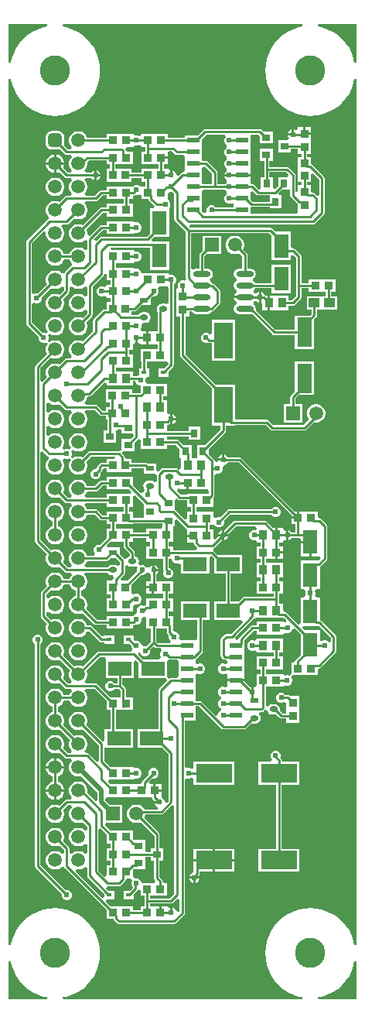
<source format=gtl>
G04*
G04 #@! TF.GenerationSoftware,Altium Limited,Altium Designer,26.1.1 (7)*
G04*
G04 Layer_Physical_Order=1*
G04 Layer_Color=255*
%FSLAX44Y44*%
%MOMM*%
G71*
G04*
G04 #@! TF.SameCoordinates,EB2907C1-7D21-4337-B9BB-DC35DB918FC6*
G04*
G04*
G04 #@! TF.FilePolarity,Positive*
G04*
G01*
G75*
%ADD10C,0.2540*%
%ADD14R,0.9500X1.0500*%
%ADD15R,0.8500X0.9500*%
%ADD16R,0.9500X0.8500*%
%ADD17R,0.9581X0.9121*%
%ADD18R,0.9041X0.6306*%
G04:AMPARAMS|DCode=19|XSize=0.9041mm|YSize=0.6306mm|CornerRadius=0.3153mm|HoleSize=0mm|Usage=FLASHONLY|Rotation=0.000|XOffset=0mm|YOffset=0mm|HoleType=Round|Shape=RoundedRectangle|*
%AMROUNDEDRECTD19*
21,1,0.9041,0.0000,0,0,0.0*
21,1,0.2735,0.6306,0,0,0.0*
1,1,0.6306,0.1368,0.0000*
1,1,0.6306,-0.1368,0.0000*
1,1,0.6306,-0.1368,0.0000*
1,1,0.6306,0.1368,0.0000*
%
%ADD19ROUNDEDRECTD19*%
%ADD20R,1.6000X2.6000*%
%ADD21R,2.6000X1.6000*%
%ADD22R,0.5900X0.4500*%
%ADD23R,4.0000X2.0000*%
%ADD24R,0.8000X0.9000*%
%ADD25R,0.9000X0.8000*%
%ADD26R,0.9121X0.9581*%
%ADD27R,2.0000X4.0000*%
%ADD28R,1.6000X3.2000*%
%ADD29R,1.1581X1.0121*%
%ADD30R,1.3500X0.6000*%
%ADD31O,1.9000X0.6000*%
%ADD43C,0.5080*%
%ADD44C,3.3020*%
%ADD45C,1.5000*%
%ADD46R,1.5000X1.5000*%
G04:AMPARAMS|DCode=47|XSize=1.5mm|YSize=1.5mm|CornerRadius=0.375mm|HoleSize=0mm|Usage=FLASHONLY|Rotation=270.000|XOffset=0mm|YOffset=0mm|HoleType=Round|Shape=RoundedRectangle|*
%AMROUNDEDRECTD47*
21,1,1.5000,0.7500,0,0,270.0*
21,1,0.7500,1.5000,0,0,270.0*
1,1,0.7500,-0.3750,-0.3750*
1,1,0.7500,-0.3750,0.3750*
1,1,0.7500,0.3750,0.3750*
1,1,0.7500,0.3750,-0.3750*
%
%ADD47ROUNDEDRECTD47*%
%ADD48C,0.6096*%
G36*
X42131Y1000760D02*
X38084Y999955D01*
X31999Y997889D01*
X26235Y995047D01*
X20892Y991477D01*
X16060Y987240D01*
X11823Y982408D01*
X8253Y977065D01*
X5411Y971301D01*
X3345Y965216D01*
X2540Y961169D01*
X0Y961420D01*
Y1003300D01*
X41880D01*
X42131Y1000760D01*
D02*
G37*
G36*
X381000Y961420D02*
X378460Y961169D01*
X377655Y965216D01*
X375589Y971301D01*
X372747Y977065D01*
X369177Y982408D01*
X364940Y987240D01*
X360108Y991477D01*
X354765Y995047D01*
X349001Y997889D01*
X342916Y999955D01*
X338869Y1000760D01*
X339119Y1003300D01*
X381000D01*
Y961420D01*
D02*
G37*
G36*
X321531Y1000760D02*
X317484Y999955D01*
X311399Y997889D01*
X305635Y995047D01*
X300292Y991477D01*
X295460Y987240D01*
X291223Y982408D01*
X287653Y977065D01*
X284811Y971301D01*
X282745Y965216D01*
X281491Y958913D01*
X281071Y952500D01*
X281491Y946087D01*
X282745Y939784D01*
X284811Y933699D01*
X287653Y927935D01*
X291223Y922592D01*
X295460Y917760D01*
X300292Y913523D01*
X305635Y909953D01*
X311399Y907111D01*
X317484Y905045D01*
X323787Y903791D01*
X330200Y903371D01*
X336613Y903791D01*
X342916Y905045D01*
X349001Y907111D01*
X354765Y909953D01*
X360108Y913523D01*
X364940Y917760D01*
X369177Y922592D01*
X372747Y927935D01*
X375589Y933699D01*
X377655Y939784D01*
X378460Y943831D01*
X381000Y943580D01*
Y-3780D01*
X378460Y-4031D01*
X377655Y16D01*
X375589Y6101D01*
X372747Y11865D01*
X369177Y17208D01*
X364940Y22040D01*
X360108Y26277D01*
X354765Y29847D01*
X349001Y32689D01*
X342916Y34755D01*
X336613Y36009D01*
X330200Y36429D01*
X323787Y36009D01*
X317484Y34755D01*
X311399Y32689D01*
X305635Y29847D01*
X300292Y26277D01*
X295460Y22040D01*
X291223Y17208D01*
X287653Y11865D01*
X284811Y6101D01*
X282745Y16D01*
X281491Y-6287D01*
X281071Y-12700D01*
X281491Y-19113D01*
X282745Y-25416D01*
X284811Y-31501D01*
X287653Y-37265D01*
X291223Y-42608D01*
X295460Y-47440D01*
X300292Y-51677D01*
X305635Y-55247D01*
X311399Y-58089D01*
X317484Y-60155D01*
X321531Y-60960D01*
X321281Y-63500D01*
X59720D01*
X59469Y-60960D01*
X63516Y-60155D01*
X69601Y-58089D01*
X75365Y-55247D01*
X80708Y-51677D01*
X85540Y-47440D01*
X89777Y-42608D01*
X93347Y-37265D01*
X96189Y-31501D01*
X98255Y-25416D01*
X99509Y-19113D01*
X99929Y-12700D01*
X99509Y-6287D01*
X98255Y16D01*
X96189Y6101D01*
X93347Y11865D01*
X89777Y17208D01*
X85540Y22040D01*
X80708Y26277D01*
X75365Y29847D01*
X69601Y32689D01*
X63516Y34755D01*
X57213Y36009D01*
X50800Y36429D01*
X44387Y36009D01*
X38084Y34755D01*
X31999Y32689D01*
X26235Y29847D01*
X20892Y26277D01*
X16060Y22040D01*
X11823Y17208D01*
X8253Y11865D01*
X5411Y6101D01*
X3345Y16D01*
X2540Y-4031D01*
X0Y-3780D01*
Y943580D01*
X2540Y943831D01*
X3345Y939784D01*
X5411Y933699D01*
X8253Y927935D01*
X11823Y922592D01*
X16060Y917760D01*
X20892Y913523D01*
X26235Y909953D01*
X31999Y907111D01*
X38084Y905045D01*
X44387Y903791D01*
X50800Y903371D01*
X57213Y903791D01*
X63516Y905045D01*
X69601Y907111D01*
X75365Y909953D01*
X80708Y913523D01*
X85540Y917760D01*
X89777Y922592D01*
X93347Y927935D01*
X96189Y933699D01*
X98255Y939784D01*
X99509Y946087D01*
X99929Y952500D01*
X99509Y958913D01*
X98255Y965216D01*
X96189Y971301D01*
X93347Y977065D01*
X89777Y982408D01*
X85540Y987240D01*
X80708Y991477D01*
X75365Y995047D01*
X69601Y997889D01*
X63516Y999955D01*
X59469Y1000760D01*
X59720Y1003300D01*
X321281D01*
X321531Y1000760D01*
D02*
G37*
G36*
X381000Y-21620D02*
Y-63500D01*
X339119D01*
X338869Y-60960D01*
X342916Y-60155D01*
X349001Y-58089D01*
X354765Y-55247D01*
X360108Y-51677D01*
X364940Y-47440D01*
X369177Y-42608D01*
X372747Y-37265D01*
X375589Y-31501D01*
X377655Y-25416D01*
X378460Y-21369D01*
X381000Y-21620D01*
D02*
G37*
G36*
X3345Y-25416D02*
X5411Y-31501D01*
X8253Y-37265D01*
X11823Y-42608D01*
X16060Y-47440D01*
X20892Y-51677D01*
X26235Y-55247D01*
X31999Y-58089D01*
X38084Y-60155D01*
X42131Y-60960D01*
X41880Y-63500D01*
X0D01*
Y-21620D01*
X2540Y-21369D01*
X3345Y-25416D01*
D02*
G37*
%LPC*%
G36*
X322580Y890901D02*
X316749D01*
Y888545D01*
X314315Y887387D01*
X312420Y888172D01*
Y882650D01*
X311150D01*
Y881380D01*
X305628D01*
X306413Y879485D01*
X306867Y879030D01*
X305815Y876490D01*
X295060D01*
Y863410D01*
X309140D01*
Y867101D01*
X316749D01*
Y861699D01*
X321001D01*
Y858090D01*
X316560D01*
Y844510D01*
Y831010D01*
X321001D01*
Y827401D01*
X316749D01*
Y820550D01*
X314209Y819192D01*
X313999Y819333D01*
Y838200D01*
X313999Y838200D01*
X313782Y839290D01*
X313164Y840214D01*
X306814Y846564D01*
X305890Y847182D01*
X304800Y847399D01*
X304800Y847399D01*
X285449D01*
Y853910D01*
X289140D01*
Y866990D01*
X275060D01*
Y853910D01*
X279751D01*
Y844550D01*
Y836190D01*
X276060D01*
Y823713D01*
X273520Y822709D01*
X268714Y827514D01*
X267790Y828132D01*
X266700Y828349D01*
X264640Y829795D01*
X264640Y832660D01*
X264640Y833580D01*
Y836930D01*
X255350D01*
Y839470D01*
X264640D01*
Y842820D01*
X264640Y845360D01*
X264640Y846280D01*
Y855520D01*
X264640Y858060D01*
X264640Y858980D01*
Y868220D01*
X264640Y870760D01*
X264640Y871680D01*
X264640Y881840D01*
X266710Y882976D01*
X272940D01*
X275060Y880857D01*
Y872910D01*
X289140D01*
Y885990D01*
X279089D01*
X277239Y887839D01*
X276315Y888457D01*
X275225Y888674D01*
X275225Y888674D01*
X215125D01*
X215125Y888674D01*
X214035Y888457D01*
X213111Y887839D01*
X207111Y881840D01*
X192560D01*
Y879149D01*
X174271D01*
Y883401D01*
X145069D01*
Y882425D01*
X143957Y881725D01*
X142529Y881177D01*
X140812Y881888D01*
X138588D01*
X136171Y883401D01*
Y883401D01*
X106969D01*
Y879149D01*
X85831D01*
X85556Y880175D01*
X84234Y882465D01*
X82365Y884334D01*
X80075Y885656D01*
X77522Y886340D01*
X74878D01*
X72325Y885656D01*
X70035Y884334D01*
X68166Y882465D01*
X66844Y880175D01*
X66160Y877622D01*
Y874978D01*
X66844Y872425D01*
X68166Y870135D01*
X69313Y868989D01*
X68290Y866449D01*
X64680D01*
X60568Y870561D01*
X60963Y872550D01*
Y880050D01*
X60475Y882504D01*
X59085Y884585D01*
X57004Y885975D01*
X54550Y886463D01*
X47050D01*
X44596Y885975D01*
X42515Y884585D01*
X41125Y882504D01*
X40637Y880050D01*
Y872550D01*
X41125Y870096D01*
X42515Y868015D01*
X44596Y866625D01*
X47050Y866137D01*
X54550D01*
X56539Y866532D01*
X61486Y861586D01*
X61486Y861586D01*
X62410Y860968D01*
X63500Y860751D01*
X63500Y860751D01*
X68290D01*
X69313Y858211D01*
X68166Y857065D01*
X66844Y854775D01*
X66160Y852222D01*
Y849578D01*
X66844Y847025D01*
X68166Y844735D01*
X69313Y843589D01*
X68290Y841049D01*
X64680D01*
X59624Y846104D01*
X60156Y847025D01*
X60840Y849578D01*
Y849630D01*
X52070D01*
Y840860D01*
X52122D01*
X54675Y841544D01*
X55596Y842076D01*
X61486Y836186D01*
X61486Y836186D01*
X62410Y835568D01*
X63500Y835351D01*
X63500Y835351D01*
X68290D01*
X69313Y832811D01*
X68166Y831665D01*
X66844Y829375D01*
X66160Y826822D01*
Y824178D01*
X66844Y821625D01*
X68166Y819335D01*
X69313Y818189D01*
X68290Y815649D01*
X63500D01*
X63500Y815649D01*
X62410Y815432D01*
X61486Y814814D01*
X61486Y814814D01*
X55596Y808924D01*
X54675Y809456D01*
X52122Y810140D01*
X49478D01*
X46925Y809456D01*
X44635Y808134D01*
X42766Y806265D01*
X41444Y803975D01*
X40760Y801422D01*
Y798778D01*
X41444Y796225D01*
X42766Y793935D01*
X43963Y792738D01*
X43412Y790116D01*
X43360Y790032D01*
X42436Y789414D01*
X42436Y789414D01*
X20211Y767189D01*
X19593Y766265D01*
X19376Y765175D01*
X19376Y765175D01*
Y676275D01*
X19376Y676275D01*
X19593Y675185D01*
X20211Y674261D01*
X32643Y661828D01*
X32512Y661512D01*
Y659288D01*
X33363Y657235D01*
X34935Y655663D01*
X36988Y654812D01*
X39211D01*
X40910Y655515D01*
X42195Y654373D01*
X42675Y653707D01*
X41444Y651575D01*
X40760Y649022D01*
Y646378D01*
X41444Y643825D01*
X41976Y642904D01*
X29736Y630664D01*
X29118Y629740D01*
X28901Y628650D01*
X28901Y628650D01*
Y438150D01*
X28901Y438150D01*
X29118Y437060D01*
X29736Y436136D01*
X41976Y423896D01*
X41444Y422975D01*
X40760Y420422D01*
Y417778D01*
X41444Y415225D01*
X42766Y412935D01*
X44635Y411066D01*
X46925Y409744D01*
X49478Y409060D01*
X52122D01*
X54675Y409744D01*
X55596Y410276D01*
X61436Y404436D01*
X61436Y404436D01*
X62360Y403818D01*
X63450Y403601D01*
X63450Y403601D01*
X68411D01*
X69363Y401061D01*
X68166Y399865D01*
X66844Y397575D01*
X66569Y396549D01*
X60431D01*
X60156Y397575D01*
X58834Y399865D01*
X56965Y401734D01*
X54675Y403056D01*
X52122Y403740D01*
X49478D01*
X46925Y403056D01*
X44635Y401734D01*
X42766Y399865D01*
X41444Y397575D01*
X40760Y395022D01*
Y392378D01*
X41444Y389825D01*
X41976Y388904D01*
X36086Y383014D01*
X35468Y382090D01*
X35251Y381000D01*
X35251Y381000D01*
Y355600D01*
X35251Y355600D01*
X35468Y354510D01*
X36086Y353586D01*
X41976Y347696D01*
X41444Y346775D01*
X40760Y344222D01*
Y341578D01*
X41444Y339025D01*
X42766Y336735D01*
X44635Y334866D01*
X46925Y333544D01*
X49478Y332860D01*
X52122D01*
X54675Y333544D01*
X56965Y334866D01*
X58834Y336735D01*
X60156Y339025D01*
X60840Y341578D01*
Y344222D01*
X60156Y346775D01*
X58834Y349065D01*
X56965Y350934D01*
X54675Y352256D01*
X52122Y352940D01*
X49478D01*
X46925Y352256D01*
X46004Y351724D01*
X40949Y356780D01*
Y360390D01*
X43489Y361413D01*
X44635Y360266D01*
X46925Y358944D01*
X49478Y358260D01*
X52122D01*
X54675Y358944D01*
X56965Y360266D01*
X58834Y362135D01*
X60156Y364425D01*
X60840Y366978D01*
Y369622D01*
X60156Y372175D01*
X58834Y374465D01*
X56965Y376334D01*
X54675Y377656D01*
X52122Y378340D01*
X49478D01*
X46925Y377656D01*
X44635Y376334D01*
X43489Y375187D01*
X40949Y376210D01*
Y379820D01*
X46004Y384876D01*
X46925Y384344D01*
X49478Y383660D01*
X52122D01*
X54675Y384344D01*
X56965Y385666D01*
X58834Y387535D01*
X60156Y389825D01*
X60431Y390851D01*
X66569D01*
X66844Y389825D01*
X68166Y387535D01*
X70035Y385666D01*
X72325Y384344D01*
X73351Y384069D01*
Y377931D01*
X72325Y377656D01*
X70035Y376334D01*
X68166Y374465D01*
X66844Y372175D01*
X66160Y369622D01*
Y366978D01*
X66844Y364425D01*
X68166Y362135D01*
X70035Y360266D01*
X72325Y358944D01*
X74878Y358260D01*
X77522D01*
X80075Y358944D01*
X80996Y359476D01*
X93236Y347236D01*
X93236Y347236D01*
X94160Y346618D01*
X95250Y346401D01*
X106969D01*
Y342149D01*
X136171D01*
Y343938D01*
X136417Y345649D01*
X138588Y346837D01*
X140812D01*
X142865Y347688D01*
X144437Y349260D01*
X145288Y351314D01*
Y353536D01*
X146790Y355521D01*
X148232Y355837D01*
X149516Y355029D01*
X150499Y354096D01*
Y342149D01*
X155901D01*
Y328205D01*
X150653Y322957D01*
X150337Y323088D01*
X148113D01*
X147828Y322970D01*
X145288Y324562D01*
X144437Y326616D01*
X142865Y328187D01*
X140812Y329038D01*
X138588D01*
X136690Y331001D01*
Y334990D01*
X125710D01*
Y325410D01*
X132661D01*
X134112Y323959D01*
Y322339D01*
X134963Y320285D01*
X135534Y319714D01*
X134482Y317174D01*
X98425D01*
X98425Y317174D01*
X97335Y316957D01*
X96411Y316339D01*
X96411Y316339D01*
X80996Y300924D01*
X80075Y301456D01*
X77522Y302140D01*
X74878D01*
X72325Y301456D01*
X71404Y300924D01*
X59624Y312704D01*
X60156Y313625D01*
X60840Y316178D01*
Y318822D01*
X60156Y321375D01*
X58834Y323665D01*
X56965Y325534D01*
X54675Y326856D01*
X52122Y327540D01*
X49478D01*
X46925Y326856D01*
X44635Y325534D01*
X42766Y323665D01*
X41444Y321375D01*
X40760Y318822D01*
Y316178D01*
X41444Y313625D01*
X42766Y311335D01*
X44635Y309466D01*
X46925Y308144D01*
X49478Y307460D01*
X52122D01*
X54675Y308144D01*
X55596Y308676D01*
X67376Y296896D01*
X66844Y295975D01*
X66160Y293422D01*
Y290778D01*
X66844Y288225D01*
X68166Y285935D01*
X69313Y284789D01*
X68290Y282249D01*
X64680D01*
X59624Y287304D01*
X60156Y288225D01*
X60840Y290778D01*
Y293422D01*
X60156Y295975D01*
X58834Y298265D01*
X56965Y300134D01*
X54675Y301456D01*
X52122Y302140D01*
X49478D01*
X46925Y301456D01*
X44635Y300134D01*
X42766Y298265D01*
X41444Y295975D01*
X40760Y293422D01*
Y290778D01*
X41444Y288225D01*
X42766Y285935D01*
X44635Y284066D01*
X46925Y282744D01*
X49478Y282060D01*
X52122D01*
X54675Y282744D01*
X55596Y283276D01*
X61486Y277386D01*
X61486Y277386D01*
X62410Y276768D01*
X63500Y276551D01*
X63500Y276551D01*
X68290D01*
X69313Y274011D01*
X68166Y272865D01*
X66844Y270575D01*
X66569Y269549D01*
X60431D01*
X60156Y270575D01*
X58834Y272865D01*
X56965Y274734D01*
X54675Y276056D01*
X52122Y276740D01*
X49478D01*
X46925Y276056D01*
X44635Y274734D01*
X42766Y272865D01*
X41444Y270575D01*
X40760Y268022D01*
Y265378D01*
X41444Y262825D01*
X42766Y260535D01*
X44635Y258666D01*
X46925Y257344D01*
X47951Y257069D01*
Y250931D01*
X46925Y250656D01*
X44635Y249334D01*
X42766Y247465D01*
X41444Y245175D01*
X40760Y242622D01*
Y239978D01*
X41444Y237425D01*
X42766Y235135D01*
X44635Y233266D01*
X46925Y231944D01*
X49478Y231260D01*
X52122D01*
X54675Y231944D01*
X55596Y232476D01*
X67376Y220696D01*
X66844Y219775D01*
X66160Y217222D01*
Y214578D01*
X66844Y212025D01*
X68166Y209735D01*
X69313Y208589D01*
X68290Y206049D01*
X64680D01*
X59624Y211104D01*
X60156Y212025D01*
X60840Y214578D01*
Y217222D01*
X60156Y219775D01*
X58834Y222065D01*
X56965Y223934D01*
X54675Y225256D01*
X52122Y225940D01*
X49478D01*
X46925Y225256D01*
X44635Y223934D01*
X42766Y222065D01*
X41444Y219775D01*
X40760Y217222D01*
Y214578D01*
X41444Y212025D01*
X42766Y209735D01*
X44635Y207866D01*
X46925Y206544D01*
X49478Y205860D01*
X52122D01*
X54675Y206544D01*
X55596Y207076D01*
X61486Y201186D01*
X61486Y201186D01*
X62410Y200568D01*
X63500Y200351D01*
X63500Y200351D01*
X68290D01*
X69313Y197811D01*
X68166Y196665D01*
X66844Y194375D01*
X66160Y191822D01*
Y189178D01*
X66844Y186625D01*
X68166Y184335D01*
X70035Y182466D01*
X72325Y181144D01*
X74878Y180460D01*
X77522D01*
X79776Y181064D01*
X97456Y163384D01*
Y154640D01*
X94916Y153587D01*
X85920Y162584D01*
X86240Y163778D01*
Y166422D01*
X85556Y168975D01*
X84234Y171265D01*
X82365Y173134D01*
X80075Y174456D01*
X77522Y175140D01*
X74878D01*
X72325Y174456D01*
X70035Y173134D01*
X68166Y171265D01*
X66844Y168975D01*
X66160Y166422D01*
Y163778D01*
X66844Y161225D01*
X68166Y158935D01*
X69313Y157789D01*
X68290Y155249D01*
X63500D01*
X63500Y155249D01*
X62410Y155032D01*
X61486Y154414D01*
X61486Y154414D01*
X55596Y148524D01*
X54675Y149056D01*
X52122Y149740D01*
X49478D01*
X46925Y149056D01*
X44635Y147734D01*
X42766Y145865D01*
X41444Y143575D01*
X40760Y141022D01*
Y138378D01*
X41444Y135825D01*
X42766Y133535D01*
X44635Y131666D01*
X46925Y130344D01*
X49478Y129660D01*
X52122D01*
X54675Y130344D01*
X56965Y131666D01*
X58834Y133535D01*
X60156Y135825D01*
X60840Y138378D01*
Y141022D01*
X60156Y143575D01*
X59624Y144496D01*
X64680Y149551D01*
X68290D01*
X69313Y147011D01*
X68166Y145865D01*
X66844Y143575D01*
X66160Y141022D01*
Y138378D01*
X66844Y135825D01*
X68166Y133535D01*
X70035Y131666D01*
X72325Y130344D01*
X74878Y129660D01*
X77522D01*
X80075Y130344D01*
X80996Y130876D01*
X86051Y125820D01*
Y122210D01*
X83511Y121187D01*
X82365Y122334D01*
X80075Y123656D01*
X77522Y124340D01*
X74878D01*
X72325Y123656D01*
X70035Y122334D01*
X68166Y120465D01*
X66844Y118175D01*
X66160Y115622D01*
Y112978D01*
X66844Y110425D01*
X68166Y108135D01*
X70035Y106266D01*
X72325Y104944D01*
X74878Y104260D01*
X77522D01*
X80075Y104944D01*
X82365Y106266D01*
X83511Y107413D01*
X86051Y106390D01*
Y96810D01*
X83511Y95787D01*
X82365Y96934D01*
X80075Y98256D01*
X77522Y98940D01*
X74878D01*
X72325Y98256D01*
X70035Y96934D01*
X68889Y95787D01*
X66349Y96810D01*
Y101600D01*
X66349Y101600D01*
X66132Y102690D01*
X65514Y103614D01*
X65514Y103614D01*
X59624Y109504D01*
X60156Y110425D01*
X60840Y112978D01*
Y115622D01*
X60156Y118175D01*
X58834Y120465D01*
X56965Y122334D01*
X54675Y123656D01*
X52122Y124340D01*
X49478D01*
X46925Y123656D01*
X44635Y122334D01*
X42766Y120465D01*
X41444Y118175D01*
X40760Y115622D01*
Y112978D01*
X41444Y110425D01*
X42766Y108135D01*
X44635Y106266D01*
X46925Y104944D01*
X49478Y104260D01*
X52122D01*
X54675Y104944D01*
X55596Y105476D01*
X60651Y100420D01*
Y96810D01*
X58111Y95787D01*
X56965Y96934D01*
X54675Y98256D01*
X52122Y98940D01*
X49478D01*
X46925Y98256D01*
X44635Y96934D01*
X42766Y95065D01*
X41444Y92775D01*
X40760Y90222D01*
Y87578D01*
X41444Y85025D01*
X42766Y82735D01*
X44635Y80866D01*
X46925Y79544D01*
X49478Y78860D01*
X52122D01*
X54675Y79544D01*
X56965Y80866D01*
X58201Y82103D01*
X58264Y82108D01*
X60635Y81474D01*
X60849Y81324D01*
X60868Y81230D01*
X61486Y80306D01*
X106969Y34822D01*
Y24649D01*
X114829D01*
X114910Y24242D01*
X115528Y23318D01*
X118636Y20211D01*
X118636Y20211D01*
X119560Y19593D01*
X120650Y19376D01*
X180975D01*
X180975Y19376D01*
X182065Y19593D01*
X182989Y20211D01*
X192006Y29228D01*
X192006Y29228D01*
X192624Y30152D01*
X192841Y31242D01*
X192841Y31242D01*
Y177013D01*
X195381Y178710D01*
X195739Y178562D01*
X197962D01*
X199770Y179311D01*
X200958Y178880D01*
X202310Y178115D01*
Y171610D01*
X247390D01*
Y196690D01*
X202310D01*
Y190185D01*
X200958Y189421D01*
X199770Y188989D01*
X197962Y189738D01*
X195739D01*
X195381Y189590D01*
X192841Y191287D01*
Y242110D01*
X204790D01*
Y253190D01*
X204790D01*
Y254810D01*
X204790D01*
Y257501D01*
X208370D01*
X232936Y232936D01*
X232936Y232936D01*
X233860Y232318D01*
X234950Y232101D01*
X234950Y232101D01*
X257982D01*
X257982Y232101D01*
X259072Y232318D01*
X259997Y232936D01*
X266051Y238990D01*
X267533Y238695D01*
X270268D01*
X272489Y239137D01*
X274372Y240395D01*
X275631Y242279D01*
X276072Y244500D01*
X275631Y246721D01*
X274372Y248604D01*
X274362Y248611D01*
X275133Y251151D01*
X276992D01*
X276992Y251151D01*
X278082Y251368D01*
X279007Y251986D01*
X280284Y253263D01*
X281266Y253218D01*
X282997Y252647D01*
X283169Y251779D01*
X284428Y249895D01*
X286311Y248637D01*
X288532Y248195D01*
X291268D01*
X292749Y248490D01*
X296523Y244716D01*
X296523Y244716D01*
X297447Y244098D01*
X298538Y243881D01*
X304049D01*
Y239399D01*
X318251D01*
Y253939D01*
Y268601D01*
X307848D01*
X307734Y268714D01*
X306810Y269332D01*
X305720Y269549D01*
X305720Y269549D01*
X303318D01*
X303187Y269865D01*
X301615Y271437D01*
X299562Y272288D01*
X297339D01*
X295285Y271437D01*
X293713Y269865D01*
X292862Y267812D01*
Y265588D01*
X293713Y263535D01*
X295285Y261963D01*
X297339Y261112D01*
X299562D01*
X301615Y261963D01*
X304049Y260805D01*
Y249579D01*
X299718D01*
X296777Y252519D01*
X297072Y254000D01*
X296630Y256221D01*
X295372Y258104D01*
X293489Y259363D01*
X291268Y259805D01*
X288532D01*
X286311Y259363D01*
X284428Y258104D01*
X283869Y257268D01*
X281329Y258039D01*
Y278649D01*
X300351D01*
Y278978D01*
X302891Y280492D01*
X303689Y280162D01*
X305912D01*
X307965Y281013D01*
X309537Y282585D01*
X310388Y284639D01*
Y286861D01*
X309537Y288915D01*
X310695Y291349D01*
X311288Y291349D01*
X311288Y291349D01*
X311304Y291349D01*
X338451D01*
Y296998D01*
X339841Y298892D01*
X340931Y299109D01*
X341855Y299726D01*
X357614Y315486D01*
X357614Y315486D01*
X358232Y316410D01*
X358449Y317500D01*
X358449Y317500D01*
Y333375D01*
X358449Y333375D01*
X358232Y334465D01*
X357614Y335389D01*
X357614Y335389D01*
X341806Y351198D01*
X340882Y351815D01*
X340740Y351843D01*
Y376440D01*
X336861D01*
X335412Y378980D01*
X335788Y379888D01*
Y382112D01*
X335412Y383020D01*
X336861Y385560D01*
X340740D01*
Y410157D01*
X340882Y410185D01*
X341806Y410802D01*
X348089Y417086D01*
X348089Y417086D01*
X348707Y418010D01*
X348924Y419100D01*
Y454025D01*
X348924Y454025D01*
X348707Y455115D01*
X348089Y456039D01*
X341855Y462274D01*
X340931Y462891D01*
X339841Y463108D01*
X338451Y465002D01*
Y470651D01*
X317850D01*
Y463550D01*
X316580D01*
Y462280D01*
X309249D01*
Y456449D01*
X313731D01*
Y447349D01*
X310068D01*
X309937Y447665D01*
X308365Y449237D01*
X306470Y450022D01*
Y444500D01*
Y438978D01*
X308365Y439763D01*
X309937Y441335D01*
X310068Y441651D01*
X317500D01*
X317500Y441651D01*
X319660Y440481D01*
Y438370D01*
X330200D01*
Y437100D01*
X331470D01*
Y421560D01*
X340740D01*
Y421560D01*
X340905Y421551D01*
X341902Y418956D01*
X339586Y416640D01*
X319660D01*
Y385560D01*
X323539D01*
X324988Y383020D01*
X324612Y382112D01*
Y379888D01*
X324988Y378980D01*
X323539Y376440D01*
X319660D01*
Y348047D01*
X317120Y346995D01*
X304131Y359984D01*
X303207Y360602D01*
X302117Y360819D01*
X300290Y362421D01*
Y369740D01*
X295849D01*
Y380249D01*
X300351D01*
Y394451D01*
X295869D01*
Y398610D01*
X300290D01*
Y414190D01*
X281349D01*
Y418349D01*
X291750D01*
Y425450D01*
X293020D01*
Y426720D01*
X300351D01*
Y432551D01*
X295869D01*
Y436710D01*
X300290D01*
Y437945D01*
X300731Y438405D01*
X302830Y439433D01*
X303930Y438978D01*
Y444500D01*
Y450022D01*
X302830Y449567D01*
X300731Y450596D01*
X300290Y451055D01*
Y452290D01*
X294270D01*
Y444500D01*
X291730D01*
Y452290D01*
X289739D01*
X282815Y459214D01*
X281890Y459832D01*
X280800Y460049D01*
X280800Y460049D01*
X247650D01*
X247650Y460049D01*
X246560Y459832D01*
X245636Y459214D01*
X245636Y459214D01*
X236378Y449957D01*
X236220Y450022D01*
Y445770D01*
X240472D01*
X240407Y445928D01*
X248830Y454351D01*
X270054D01*
X271210Y452290D01*
Y450989D01*
X269862Y450088D01*
X267638D01*
X265585Y449237D01*
X264013Y447665D01*
X263162Y445611D01*
Y443388D01*
X264013Y441335D01*
X265585Y439763D01*
X267638Y438912D01*
X269862D01*
X271210Y438011D01*
Y436710D01*
X275651D01*
Y432551D01*
X271149D01*
Y418349D01*
X275651D01*
Y414190D01*
X271210D01*
Y398610D01*
X275651D01*
Y394451D01*
X271149D01*
Y380249D01*
X290151D01*
Y377489D01*
X257940D01*
X256850Y377272D01*
X255926Y376654D01*
X255926Y376654D01*
X251761Y372490D01*
X243099D01*
Y402210D01*
X255790D01*
Y423290D01*
X228739D01*
X224564Y427464D01*
X224333Y427619D01*
X224375Y429440D01*
X224506Y430255D01*
X224528Y430311D01*
X225317Y430838D01*
X233522Y439043D01*
X233680Y438978D01*
Y443230D01*
X229428D01*
X229493Y443072D01*
X226497Y440076D01*
X224151Y441048D01*
Y450890D01*
X219669D01*
Y455739D01*
X222908Y455739D01*
X224387Y455616D01*
X226242Y454656D01*
X226935Y453963D01*
X228989Y453113D01*
X231212D01*
X233266Y453963D01*
X234838Y455535D01*
X235689Y457589D01*
Y459812D01*
X235557Y460129D01*
X242480Y467051D01*
X287232D01*
X287363Y466735D01*
X288935Y465163D01*
X290989Y464312D01*
X293211D01*
X295265Y465163D01*
X296837Y466735D01*
X297688Y468788D01*
Y471012D01*
X296837Y473065D01*
X295265Y474637D01*
X293211Y475488D01*
X290989D01*
X288935Y474637D01*
X287363Y473065D01*
X287232Y472749D01*
X241300D01*
X241300Y472749D01*
X240210Y472532D01*
X239286Y471914D01*
X239286Y471914D01*
X231529Y464157D01*
X231212Y464289D01*
X228989D01*
X226935Y463438D01*
X226691Y463193D01*
X224151Y464245D01*
Y469940D01*
X205129D01*
Y475499D01*
X224151D01*
Y485902D01*
X224264Y486016D01*
X224882Y486940D01*
X225099Y488030D01*
X225099Y488030D01*
Y510178D01*
X227488Y511937D01*
X229711D01*
X231765Y512788D01*
X233337Y514360D01*
X234188Y516413D01*
Y518637D01*
X234070Y518922D01*
X235767Y521462D01*
X236061D01*
X238115Y522313D01*
X239687Y523885D01*
X239818Y524201D01*
X251670D01*
X309249Y466622D01*
Y464820D01*
X315310D01*
Y470651D01*
X313278D01*
X254864Y529064D01*
X253940Y529682D01*
X252850Y529899D01*
X252850Y529899D01*
X239818D01*
X239687Y530215D01*
X238115Y531787D01*
X236220Y532572D01*
Y527050D01*
X234950D01*
Y525780D01*
X229074D01*
X227430Y524877D01*
X225099Y526049D01*
X225099Y526050D01*
X224882Y527140D01*
X224264Y528064D01*
X219240Y533089D01*
Y539111D01*
X236964Y556836D01*
X236964Y556836D01*
X237582Y557760D01*
X237799Y558850D01*
X237799Y558850D01*
Y564260D01*
X247490D01*
Y565221D01*
X281125D01*
X286386Y559961D01*
X286386Y559961D01*
X287310Y559343D01*
X288400Y559126D01*
X288400Y559126D01*
X323850D01*
X323850Y559126D01*
X324940Y559343D01*
X325864Y559961D01*
X334034Y568130D01*
X335228Y567810D01*
X337872D01*
X340425Y568494D01*
X342715Y569816D01*
X344584Y571685D01*
X345906Y573975D01*
X346590Y576528D01*
Y579172D01*
X345906Y581725D01*
X344584Y584015D01*
X342715Y585884D01*
X340425Y587206D01*
X337872Y587890D01*
X335228D01*
X332675Y587206D01*
X330385Y585884D01*
X328516Y584015D01*
X327194Y581725D01*
X326510Y579172D01*
Y576528D01*
X327194Y573975D01*
X328516Y571685D01*
X329024Y571177D01*
X322670Y564824D01*
X289580D01*
X284319Y570084D01*
X283395Y570702D01*
X282305Y570919D01*
X282305Y570919D01*
X247490D01*
Y609340D01*
X226439D01*
X193349Y642430D01*
Y683899D01*
X197601D01*
Y689301D01*
X200191D01*
X200956Y688156D01*
X202788Y686931D01*
X204950Y686501D01*
X217950D01*
X220112Y686931D01*
X221944Y688156D01*
X222857Y689522D01*
X223465Y689643D01*
X224390Y690261D01*
X230614Y696486D01*
X230614Y696486D01*
X231232Y697410D01*
X231449Y698500D01*
Y711200D01*
X231232Y712290D01*
X230614Y713214D01*
X230614Y713214D01*
X224390Y719439D01*
X223465Y720057D01*
X222857Y720178D01*
X221944Y721544D01*
X220488Y722517D01*
X220281Y723900D01*
X220488Y725283D01*
X221944Y726256D01*
X223169Y728088D01*
X223598Y730250D01*
X223169Y732412D01*
X221944Y734244D01*
X220112Y735469D01*
X217950Y735899D01*
X214299D01*
Y750020D01*
X216239Y751960D01*
X232290D01*
Y772040D01*
X212210D01*
Y755989D01*
X209436Y753214D01*
X208818Y752290D01*
X208601Y751200D01*
X208601Y751200D01*
Y735899D01*
X204950D01*
X202788Y735469D01*
X202239Y735101D01*
X199699Y736459D01*
Y775026D01*
X285345D01*
X287910Y772461D01*
Y745410D01*
X308990D01*
Y750189D01*
X311530Y751241D01*
X314651Y748120D01*
Y717550D01*
Y706030D01*
X309970Y701349D01*
X306640D01*
Y706290D01*
X286120D01*
Y698500D01*
Y690710D01*
X306640D01*
Y695651D01*
X311150D01*
X311150Y695651D01*
X312240Y695868D01*
X313164Y696486D01*
X319514Y702836D01*
X319514Y702836D01*
X320132Y703760D01*
X320349Y704850D01*
Y714701D01*
X328299D01*
Y710449D01*
X347321D01*
Y706101D01*
X326300D01*
Y690899D01*
X331781D01*
Y686310D01*
X330362Y684890D01*
X313310D01*
Y669199D01*
X291930D01*
X270330Y690799D01*
X270599Y692150D01*
X270169Y694312D01*
X268944Y696144D01*
X267934Y696819D01*
X267856Y699436D01*
X269698Y700722D01*
X271676Y700372D01*
X271935Y700113D01*
X273830Y699328D01*
Y704850D01*
Y710372D01*
X271935Y709587D01*
X271676Y709328D01*
X269698Y708978D01*
X267856Y710264D01*
X267934Y712881D01*
X268944Y713556D01*
X269709Y714701D01*
X287910D01*
Y709410D01*
X308990D01*
Y740490D01*
X287910D01*
Y720399D01*
X269709D01*
X268944Y721544D01*
X267489Y722517D01*
X267281Y723900D01*
X267489Y725283D01*
X268944Y726256D01*
X270169Y728088D01*
X270599Y730250D01*
X270169Y732412D01*
X268944Y734244D01*
X267112Y735469D01*
X264950Y735899D01*
X261299D01*
Y751200D01*
X261082Y752290D01*
X260464Y753214D01*
X260464Y753214D01*
X256474Y757204D01*
X257006Y758125D01*
X257690Y760678D01*
Y763322D01*
X257006Y765875D01*
X255684Y768165D01*
X253815Y770034D01*
X251525Y771356D01*
X248972Y772040D01*
X246328D01*
X243775Y771356D01*
X241485Y770034D01*
X239616Y768165D01*
X238294Y765875D01*
X237610Y763322D01*
Y760678D01*
X238294Y758125D01*
X239616Y755835D01*
X241485Y753966D01*
X243775Y752644D01*
X246328Y751960D01*
X248972D01*
X251525Y752644D01*
X252446Y753176D01*
X255601Y750020D01*
Y735899D01*
X251950D01*
X249788Y735469D01*
X247956Y734244D01*
X246731Y732412D01*
X246302Y730250D01*
X246731Y728088D01*
X247956Y726256D01*
X249412Y725283D01*
X249619Y723900D01*
X249412Y722517D01*
X247956Y721544D01*
X246731Y719712D01*
X246302Y717550D01*
X246731Y715388D01*
X247956Y713556D01*
X249412Y712583D01*
X249619Y711200D01*
X249412Y709817D01*
X247956Y708844D01*
X246731Y707012D01*
X246554Y706120D01*
X258450D01*
Y703580D01*
X246554D01*
X246731Y702688D01*
X247956Y700856D01*
X249412Y699883D01*
X249619Y698500D01*
X249412Y697117D01*
X247956Y696144D01*
X246731Y694312D01*
X246302Y692150D01*
X246731Y689988D01*
X247956Y688156D01*
X249788Y686931D01*
X251950Y686501D01*
X264950D01*
X266301Y686770D01*
X288736Y664336D01*
X288736Y664336D01*
X289660Y663718D01*
X290750Y663501D01*
X290750Y663501D01*
X313310D01*
Y647810D01*
X334390D01*
Y680861D01*
X336644Y683116D01*
X336644Y683116D01*
X337262Y684040D01*
X337479Y685130D01*
Y690899D01*
X359500D01*
Y706101D01*
X353019D01*
Y710449D01*
X357501D01*
Y724651D01*
X328299D01*
Y720399D01*
X320349D01*
Y749300D01*
X320132Y750390D01*
X319514Y751314D01*
X319514Y751314D01*
X313164Y757664D01*
X312240Y758282D01*
X311150Y758499D01*
X308990Y759669D01*
Y776490D01*
X291939D01*
X288539Y779889D01*
X287615Y780507D01*
X286525Y780724D01*
X286525Y780724D01*
X198646D01*
X197586Y782097D01*
X198748Y784551D01*
X333375D01*
X333375Y784551D01*
X334465Y784768D01*
X335389Y785386D01*
X344914Y794911D01*
X345532Y795835D01*
X345749Y796925D01*
X345749Y796925D01*
Y835025D01*
X345749Y835025D01*
X345532Y836115D01*
X344914Y837039D01*
X331620Y850334D01*
X331140Y850655D01*
Y858090D01*
X326699D01*
Y861699D01*
X330951D01*
Y876239D01*
Y882300D01*
X323850D01*
Y883570D01*
X322580D01*
Y890901D01*
D02*
G37*
G36*
X330951D02*
X325120D01*
Y884840D01*
X330951D01*
Y890901D01*
D02*
G37*
G36*
X309880Y888172D02*
X307985Y887387D01*
X306413Y885815D01*
X305628Y883920D01*
X309880D01*
Y888172D01*
D02*
G37*
G36*
X52122Y860940D02*
X52070D01*
Y852170D01*
X60840D01*
Y852222D01*
X60156Y854775D01*
X58834Y857065D01*
X56965Y858934D01*
X54675Y860256D01*
X52122Y860940D01*
D02*
G37*
G36*
X49530D02*
X49478D01*
X46925Y860256D01*
X44635Y858934D01*
X42766Y857065D01*
X41444Y854775D01*
X40760Y852222D01*
Y852170D01*
X49530D01*
Y860940D01*
D02*
G37*
G36*
Y849630D02*
X40760D01*
Y849578D01*
X41444Y847025D01*
X42766Y844735D01*
X44635Y842866D01*
X46925Y841544D01*
X49478Y840860D01*
X49530D01*
Y849630D01*
D02*
G37*
G36*
X52122Y835540D02*
X49478D01*
X46925Y834856D01*
X44635Y833534D01*
X42766Y831665D01*
X41444Y829375D01*
X40760Y826822D01*
Y824178D01*
X41444Y821625D01*
X42766Y819335D01*
X44635Y817466D01*
X46925Y816144D01*
X49478Y815460D01*
X52122D01*
X54675Y816144D01*
X56965Y817466D01*
X58834Y819335D01*
X60156Y821625D01*
X60840Y824178D01*
Y826822D01*
X60156Y829375D01*
X58834Y831665D01*
X56965Y833534D01*
X54675Y834856D01*
X52122Y835540D01*
D02*
G37*
G36*
X276370Y710372D02*
Y704850D01*
Y699156D01*
X277560Y698361D01*
Y690710D01*
X283580D01*
Y698500D01*
Y706290D01*
X281589D01*
X281014Y706864D01*
X280090Y707482D01*
X280055Y707489D01*
X279837Y708015D01*
X278265Y709587D01*
X276370Y710372D01*
D02*
G37*
G36*
X247490Y680340D02*
X222410D01*
Y665385D01*
X219870Y664333D01*
X219065Y665137D01*
X217012Y665988D01*
X214788D01*
X212735Y665137D01*
X211163Y663565D01*
X210312Y661512D01*
Y659288D01*
X211163Y657235D01*
X212735Y655663D01*
X214788Y654812D01*
X217012D01*
X218180Y655296D01*
X218372Y655168D01*
X219462Y654951D01*
X219462Y654951D01*
X222410D01*
Y635260D01*
X247490D01*
Y680340D01*
D02*
G37*
G36*
X334390Y634890D02*
X313310D01*
Y601839D01*
X309136Y597664D01*
X308518Y596740D01*
X308301Y595650D01*
X308301Y595650D01*
Y587890D01*
X301110D01*
Y567810D01*
X321190D01*
Y587890D01*
X313999D01*
Y594470D01*
X317339Y597810D01*
X334390D01*
Y634890D01*
D02*
G37*
G36*
X233680Y532572D02*
X231785Y531787D01*
X230213Y530215D01*
X229428Y528320D01*
X233680D01*
Y532572D01*
D02*
G37*
G36*
Y450022D02*
X231785Y449237D01*
X230213Y447665D01*
X229428Y445770D01*
X233680D01*
Y450022D01*
D02*
G37*
G36*
X240472Y443230D02*
X236220D01*
Y438978D01*
X238115Y439763D01*
X239687Y441335D01*
X240472Y443230D01*
D02*
G37*
G36*
X328930Y435830D02*
X319660D01*
Y421560D01*
X328930D01*
Y435830D01*
D02*
G37*
G36*
X300351Y424180D02*
X294290D01*
Y418349D01*
X300351D01*
Y424180D01*
D02*
G37*
G36*
X77522Y352940D02*
X74878D01*
X72325Y352256D01*
X70035Y350934D01*
X68166Y349065D01*
X66844Y346775D01*
X66160Y344222D01*
Y341578D01*
X66844Y339025D01*
X68166Y336735D01*
X70035Y334866D01*
X72325Y333544D01*
X74878Y332860D01*
X77522D01*
X80075Y333544D01*
X82365Y334866D01*
X84234Y336735D01*
X85556Y339025D01*
X85575Y339097D01*
X88270Y339501D01*
X99586Y328186D01*
X99586Y328186D01*
X100510Y327568D01*
X101600Y327351D01*
X101600Y327351D01*
X104610D01*
Y325410D01*
X115590D01*
Y334990D01*
X104610D01*
Y334763D01*
X102070Y333759D01*
X90914Y344914D01*
X89990Y345532D01*
X88900Y345749D01*
X88900Y345749D01*
X85831D01*
X85556Y346775D01*
X84234Y349065D01*
X82365Y350934D01*
X80075Y352256D01*
X77522Y352940D01*
D02*
G37*
G36*
Y327540D02*
X74878D01*
X72325Y326856D01*
X70035Y325534D01*
X68166Y323665D01*
X66844Y321375D01*
X66160Y318822D01*
Y316178D01*
X66844Y313625D01*
X68166Y311335D01*
X70035Y309466D01*
X72325Y308144D01*
X74878Y307460D01*
X77522D01*
X80075Y308144D01*
X82365Y309466D01*
X84234Y311335D01*
X85556Y313625D01*
X86240Y316178D01*
Y318822D01*
X85556Y321375D01*
X84234Y323665D01*
X82365Y325534D01*
X80075Y326856D01*
X77522Y327540D01*
D02*
G37*
G36*
X52122Y200540D02*
X52070D01*
Y191770D01*
X60840D01*
Y191822D01*
X60156Y194375D01*
X58834Y196665D01*
X56965Y198534D01*
X54675Y199856D01*
X52122Y200540D01*
D02*
G37*
G36*
X49530D02*
X49478D01*
X46925Y199856D01*
X44635Y198534D01*
X42766Y196665D01*
X41444Y194375D01*
X40760Y191822D01*
Y191770D01*
X49530D01*
Y200540D01*
D02*
G37*
G36*
X60840Y189230D02*
X50800D01*
X40760D01*
Y189178D01*
X41444Y186625D01*
X42766Y184335D01*
X44635Y182466D01*
X46925Y181144D01*
X47951Y180869D01*
Y174731D01*
X46925Y174456D01*
X44635Y173134D01*
X42766Y171265D01*
X41444Y168975D01*
X40760Y166422D01*
Y166370D01*
X50800D01*
X60840D01*
Y166422D01*
X60156Y168975D01*
X58834Y171265D01*
X56965Y173134D01*
X54675Y174456D01*
X53649Y174731D01*
Y180869D01*
X54675Y181144D01*
X56965Y182466D01*
X58834Y184335D01*
X60156Y186625D01*
X60840Y189178D01*
Y189230D01*
D02*
G37*
G36*
Y163830D02*
X52070D01*
Y155060D01*
X52122D01*
X54675Y155744D01*
X56965Y157066D01*
X58834Y158935D01*
X60156Y161225D01*
X60840Y163778D01*
Y163830D01*
D02*
G37*
G36*
X49530D02*
X40760D01*
Y163778D01*
X41444Y161225D01*
X42766Y158935D01*
X44635Y157066D01*
X46925Y155744D01*
X49478Y155060D01*
X49530D01*
Y163830D01*
D02*
G37*
G36*
X247390Y101440D02*
X226120D01*
Y90170D01*
X247390D01*
Y101440D01*
D02*
G37*
G36*
X223580D02*
X202310D01*
Y90170D01*
X223580D01*
Y101440D01*
D02*
G37*
G36*
X293211Y208788D02*
X290989D01*
X288935Y207937D01*
X287363Y206365D01*
X286512Y204312D01*
Y202089D01*
X287363Y200035D01*
X288167Y199230D01*
X287115Y196690D01*
X273310D01*
Y171610D01*
X293001D01*
Y101440D01*
X273310D01*
Y76360D01*
X318390D01*
Y101440D01*
X298699D01*
Y171610D01*
X318390D01*
Y196690D01*
X300320D01*
X298699Y198488D01*
X298482Y199578D01*
X297864Y200502D01*
X297864Y200502D01*
X297275Y201091D01*
X297688Y202089D01*
Y204312D01*
X296837Y206365D01*
X295265Y207937D01*
X293211Y208788D01*
D02*
G37*
G36*
X247390Y87630D02*
X226120D01*
Y76360D01*
X247390D01*
Y87630D01*
D02*
G37*
G36*
X223580D02*
X202310D01*
Y76360D01*
X200436Y74753D01*
X200035Y74587D01*
X198463Y73015D01*
X197678Y71120D01*
X208722D01*
X208344Y72032D01*
X208752Y72642D01*
X208969Y73732D01*
X208969Y73732D01*
Y76360D01*
X223580D01*
Y87630D01*
D02*
G37*
G36*
X208722Y68580D02*
X204470D01*
Y64328D01*
X206365Y65113D01*
X207937Y66685D01*
X208722Y68580D01*
D02*
G37*
G36*
X201930D02*
X197678D01*
X198463Y66685D01*
X200035Y65113D01*
X201930Y64328D01*
Y68580D01*
D02*
G37*
G36*
X32861Y335788D02*
X30638D01*
X28585Y334937D01*
X27013Y333365D01*
X26162Y331311D01*
Y329089D01*
X27013Y327035D01*
X28585Y325463D01*
X28901Y325332D01*
Y82550D01*
X28901Y82550D01*
X29118Y81460D01*
X29736Y80536D01*
X58043Y52228D01*
X57912Y51912D01*
Y49689D01*
X58763Y47635D01*
X60335Y46063D01*
X62389Y45212D01*
X64612D01*
X66665Y46063D01*
X68237Y47635D01*
X69088Y49689D01*
Y51912D01*
X68237Y53965D01*
X66665Y55537D01*
X64612Y56388D01*
X62389D01*
X62072Y56257D01*
X34599Y83730D01*
Y325332D01*
X34915Y325463D01*
X36487Y327035D01*
X37338Y329089D01*
Y331311D01*
X36487Y333365D01*
X34915Y334937D01*
X32861Y335788D01*
D02*
G37*
%LPD*%
G36*
X143957Y870875D02*
X145069Y870175D01*
Y869199D01*
X149551D01*
Y864351D01*
X145069D01*
Y850149D01*
X164091D01*
Y845301D01*
X145069D01*
Y841049D01*
X134190D01*
Y845490D01*
X116749D01*
Y850149D01*
X136171D01*
Y864351D01*
X130369D01*
X128168Y865281D01*
X127951Y866371D01*
X127758Y866659D01*
X128479Y868587D01*
X129022Y869199D01*
X136171D01*
Y869199D01*
X138588Y870712D01*
X140812D01*
X142529Y871423D01*
X143957Y870875D01*
D02*
G37*
G36*
X182136Y861586D02*
X182136Y861586D01*
X183060Y860968D01*
X184150Y860751D01*
X184150Y860751D01*
X190764D01*
X192560Y858955D01*
X192560Y856440D01*
X192560Y855520D01*
Y846280D01*
X192560Y844550D01*
X192560Y842495D01*
X190500Y841049D01*
X189410Y840832D01*
X188486Y840214D01*
X188486Y840214D01*
X185928Y837657D01*
X183388Y838709D01*
Y839312D01*
X182537Y841365D01*
X180965Y842937D01*
X179070Y843722D01*
Y838200D01*
X176530D01*
Y843887D01*
X174271Y845301D01*
Y845301D01*
X169789D01*
Y850149D01*
X174271D01*
Y855980D01*
X166940D01*
Y858520D01*
X174271D01*
Y864351D01*
X176587Y864891D01*
X178831D01*
X182136Y861586D01*
D02*
G37*
G36*
X106969Y850149D02*
X111051D01*
Y845490D01*
X107110D01*
Y830910D01*
X134190D01*
Y835351D01*
X145069D01*
Y831099D01*
X149551D01*
Y826251D01*
X145069D01*
X145069Y826251D01*
Y826251D01*
X145069Y826251D01*
X142865Y827062D01*
X142865Y827062D01*
X140812Y827913D01*
X138588D01*
X136535Y827062D01*
X135723Y826251D01*
X106969D01*
Y821999D01*
X101600D01*
X100510Y821782D01*
X99586Y821164D01*
X99586Y821164D01*
X94070Y815649D01*
X84110D01*
X83087Y818189D01*
X84234Y819335D01*
X85556Y821625D01*
X86240Y824178D01*
Y826822D01*
X85556Y829375D01*
X84234Y831665D01*
X83087Y832811D01*
X84110Y835351D01*
X90382D01*
X90513Y835035D01*
X92085Y833463D01*
X93980Y832678D01*
Y838200D01*
Y843722D01*
X92085Y842937D01*
X90513Y841365D01*
X90382Y841049D01*
X84110D01*
X83087Y843589D01*
X84234Y844735D01*
X85556Y847025D01*
X86240Y849578D01*
Y852222D01*
X88075Y854401D01*
X106969D01*
Y850149D01*
D02*
G37*
G36*
X237534Y880436D02*
X236563Y879465D01*
X235712Y877411D01*
Y875189D01*
X236563Y873135D01*
X238135Y871563D01*
X238709Y871325D01*
Y868575D01*
X238135Y868337D01*
X236563Y866765D01*
X235712Y864712D01*
Y862488D01*
X236563Y860435D01*
X238135Y858863D01*
X238709Y858625D01*
Y855875D01*
X238135Y855637D01*
X236563Y854065D01*
X235712Y852011D01*
Y849789D01*
X236563Y847735D01*
X238135Y846163D01*
X238709Y845925D01*
Y843175D01*
X238135Y842937D01*
X236563Y841365D01*
X235778Y839470D01*
X241300D01*
Y836930D01*
X235778D01*
X236563Y835035D01*
X238135Y833463D01*
X238709Y833225D01*
Y830475D01*
X238135Y830237D01*
X236563Y828665D01*
X236432Y828349D01*
X228274D01*
Y841375D01*
X228274Y841375D01*
X228057Y842465D01*
X227439Y843389D01*
X217914Y852914D01*
X216990Y853532D01*
X215900Y853749D01*
X215900Y853749D01*
X212936D01*
X211140Y855545D01*
X211140Y858060D01*
X211140Y858980D01*
Y869140D01*
X211140D01*
Y870760D01*
X211140D01*
Y877812D01*
X216305Y882976D01*
X236684D01*
X237534Y880436D01*
D02*
G37*
G36*
X222576Y840195D02*
Y828349D01*
X212936D01*
X211140Y830145D01*
X211140Y832660D01*
X211140Y833580D01*
Y842820D01*
X211140Y845511D01*
X212462Y847370D01*
X215236Y847535D01*
X222576Y840195D01*
D02*
G37*
G36*
X306591Y838730D02*
X305539Y836190D01*
X295060D01*
Y826639D01*
X291680Y823259D01*
X289140Y824311D01*
Y836190D01*
X285449D01*
Y841701D01*
X303620D01*
X306591Y838730D01*
D02*
G37*
G36*
X340051Y833845D02*
Y816920D01*
X337511Y815867D01*
X334815Y818564D01*
X333891Y819181D01*
X332801Y819398D01*
X330951Y820984D01*
Y827401D01*
X326699D01*
Y831010D01*
X331140D01*
Y839438D01*
X333487Y840410D01*
X340051Y833845D01*
D02*
G37*
G36*
X106969Y812049D02*
X125991D01*
Y807201D01*
X106969D01*
Y802949D01*
X101600D01*
X101600Y802949D01*
X100510Y802732D01*
X99586Y802114D01*
X99586Y802114D01*
X80996Y783524D01*
X80075Y784056D01*
X77522Y784740D01*
X74878D01*
X72325Y784056D01*
X70035Y782734D01*
X68166Y780865D01*
X66844Y778575D01*
X66160Y776022D01*
Y773378D01*
X66844Y770825D01*
X68166Y768535D01*
X70035Y766666D01*
X72325Y765344D01*
X74878Y764660D01*
X77522D01*
X80075Y765344D01*
X82365Y766666D01*
X83511Y767813D01*
X86051Y766790D01*
Y757210D01*
X83511Y756187D01*
X82365Y757334D01*
X80075Y758656D01*
X77522Y759340D01*
X74878D01*
X72325Y758656D01*
X70035Y757334D01*
X68166Y755465D01*
X66844Y753175D01*
X66569Y752149D01*
X60431D01*
X60156Y753175D01*
X58834Y755465D01*
X56965Y757334D01*
X54675Y758656D01*
X52122Y759340D01*
X49478D01*
X46925Y758656D01*
X44635Y757334D01*
X42766Y755465D01*
X41444Y753175D01*
X40760Y750622D01*
Y747978D01*
X41444Y745425D01*
X42766Y743135D01*
X44635Y741266D01*
X46925Y739944D01*
X49478Y739260D01*
X52122D01*
X54675Y739944D01*
X56965Y741266D01*
X58834Y743135D01*
X60156Y745425D01*
X60431Y746451D01*
X66569D01*
X66844Y745425D01*
X68166Y743135D01*
X69363Y741938D01*
X68812Y739316D01*
X68760Y739232D01*
X67836Y738614D01*
X67836Y738614D01*
X61486Y732264D01*
X60868Y731340D01*
X60784Y731288D01*
X58162Y730737D01*
X56965Y731934D01*
X54675Y733256D01*
X52122Y733940D01*
X49478D01*
X46925Y733256D01*
X44635Y731934D01*
X42766Y730065D01*
X41444Y727775D01*
X40760Y725222D01*
Y722578D01*
X41444Y720025D01*
X41976Y719104D01*
X31908Y709037D01*
X31591Y709168D01*
X29369D01*
X27614Y708441D01*
X26276Y708943D01*
X25074Y709669D01*
Y763995D01*
X38507Y777429D01*
X40785Y776114D01*
X40760Y776022D01*
Y773378D01*
X41444Y770825D01*
X42766Y768535D01*
X44635Y766666D01*
X46925Y765344D01*
X49478Y764660D01*
X52122D01*
X54675Y765344D01*
X56965Y766666D01*
X58834Y768535D01*
X60156Y770825D01*
X60840Y773378D01*
Y776022D01*
X60156Y778575D01*
X58834Y780865D01*
X57687Y782011D01*
X58710Y784551D01*
X63500D01*
X63500Y784551D01*
X64590Y784768D01*
X65514Y785386D01*
X71404Y791276D01*
X72325Y790744D01*
X74878Y790060D01*
X77522D01*
X80075Y790744D01*
X82365Y792066D01*
X84234Y793935D01*
X85556Y796225D01*
X86240Y798778D01*
Y801422D01*
X85556Y803975D01*
X84234Y806265D01*
X83087Y807411D01*
X84110Y809951D01*
X95250D01*
X95250Y809951D01*
X96340Y810168D01*
X97264Y810786D01*
X102780Y816301D01*
X106969D01*
Y812049D01*
D02*
G37*
G36*
X271036Y817136D02*
X271036Y817136D01*
X271960Y816518D01*
X273050Y816301D01*
X283066D01*
X285560Y816190D01*
X285560Y813761D01*
Y809299D01*
X266630D01*
X264640Y811289D01*
Y817420D01*
X264640Y819960D01*
X267180Y820991D01*
X271036Y817136D01*
D02*
G37*
G36*
X236563Y822335D02*
X238135Y820763D01*
X238709Y820525D01*
Y817775D01*
X238135Y817537D01*
X236563Y815965D01*
X235712Y813912D01*
Y811689D01*
X236563Y809635D01*
X238135Y808063D01*
X240189Y807212D01*
X242411D01*
X243520Y807671D01*
X246060Y807260D01*
Y805640D01*
X246060D01*
Y802949D01*
X227118D01*
X226987Y803265D01*
X225415Y804837D01*
X223361Y805688D01*
X221138D01*
X219085Y804837D01*
X217513Y803265D01*
X216662Y801211D01*
Y798988D01*
X215098Y797024D01*
X212966Y796863D01*
X211140Y798610D01*
Y805640D01*
X211140D01*
Y807260D01*
X211140D01*
Y817420D01*
X211140Y820111D01*
X212946Y822651D01*
X236432D01*
X236563Y822335D01*
D02*
G37*
G36*
X308140Y822110D02*
X308301Y819637D01*
Y815975D01*
X308301Y815975D01*
X308518Y814885D01*
X309136Y813961D01*
X316060Y807036D01*
X316060Y807036D01*
X316749Y806576D01*
Y798199D01*
X315708Y796091D01*
X264640D01*
Y802937D01*
X265450Y803601D01*
X285560D01*
Y802110D01*
X298640D01*
Y816190D01*
X296261D01*
X295209Y818730D01*
X298589Y822110D01*
X308140Y822110D01*
D02*
G37*
G36*
X143957Y816900D02*
X145069Y816200D01*
Y812049D01*
X153153D01*
X153289Y811364D01*
X153906Y810440D01*
X159911Y804436D01*
X159919Y804430D01*
X159149Y801890D01*
X154560D01*
Y774539D01*
X151220Y771199D01*
X101600D01*
X100510Y770982D01*
X99586Y770364D01*
X99586Y770364D01*
X95880Y766659D01*
X93124Y767495D01*
X92950Y768371D01*
X102780Y778201D01*
X106969D01*
Y773949D01*
X136171D01*
Y773949D01*
X138588Y775462D01*
X140812D01*
X142865Y776313D01*
X144437Y777885D01*
X145288Y779939D01*
Y782161D01*
X144437Y784215D01*
X142865Y785787D01*
X140812Y786638D01*
X138588D01*
X136171Y788151D01*
Y788151D01*
X106969D01*
Y783899D01*
X101600D01*
X101600Y783899D01*
X100510Y783682D01*
X99586Y783064D01*
X99586Y783064D01*
X88493Y771971D01*
X86215Y773286D01*
X86240Y773378D01*
Y776022D01*
X85556Y778575D01*
X85024Y779496D01*
X102780Y797251D01*
X106969D01*
Y792999D01*
X136171D01*
Y807201D01*
X131689D01*
Y812049D01*
X136171D01*
Y813838D01*
X136417Y815549D01*
X138588Y816737D01*
X140812D01*
X142529Y817449D01*
X143957Y816900D01*
D02*
G37*
G36*
X181301Y817970D02*
Y790575D01*
X181301Y790575D01*
X181518Y789485D01*
X182136Y788561D01*
X194001Y776695D01*
Y725650D01*
X194001Y725650D01*
X194164Y724830D01*
X193502Y723920D01*
X192305Y722851D01*
X191611Y723138D01*
X189389D01*
X187335Y722287D01*
X185763Y720715D01*
X184912Y718661D01*
Y716439D01*
X185243Y715641D01*
X183728Y713101D01*
X183399D01*
Y698439D01*
Y683899D01*
X187651D01*
Y641250D01*
X187651Y641250D01*
X187868Y640160D01*
X188486Y639236D01*
X222410Y605311D01*
Y564260D01*
X232101D01*
Y560030D01*
X215211Y543140D01*
X206160D01*
Y529060D01*
X203856Y528490D01*
X202544D01*
X200240Y529060D01*
Y543140D01*
X191189D01*
X186214Y548114D01*
X185290Y548732D01*
X184200Y548949D01*
X184200Y548949D01*
X173351D01*
Y552776D01*
X196660D01*
Y549060D01*
X209740D01*
Y563140D01*
X196660D01*
Y558474D01*
X173351D01*
Y563114D01*
X173677Y565003D01*
X176052Y566175D01*
X176530Y565978D01*
Y571500D01*
Y577022D01*
X175830Y576732D01*
X173300Y578206D01*
X173290Y578220D01*
Y591990D01*
X168849D01*
Y596149D01*
X173351D01*
Y610351D01*
X151412D01*
X149715Y612891D01*
X149838Y613189D01*
Y615411D01*
X151718Y617510D01*
X153690D01*
Y627090D01*
X151049D01*
Y634249D01*
X173351D01*
X174951Y632372D01*
Y631980D01*
X170061Y627090D01*
X163810D01*
Y617510D01*
X174790D01*
Y623761D01*
X179814Y628786D01*
X180432Y629710D01*
X180649Y630800D01*
X180649Y630800D01*
Y719032D01*
X180965Y719163D01*
X182537Y720735D01*
X183388Y722788D01*
Y725012D01*
X182537Y727065D01*
X180965Y728637D01*
X178911Y729488D01*
X176688D01*
X174271Y731001D01*
Y731001D01*
X145288D01*
Y731361D01*
X144437Y733415D01*
X142865Y734987D01*
X140812Y735838D01*
X138588D01*
X136171Y737351D01*
Y737351D01*
X117149D01*
Y742199D01*
X136171D01*
Y742199D01*
X138588Y743712D01*
X140812D01*
X142865Y744563D01*
X144437Y746135D01*
X145288Y748188D01*
Y750412D01*
X144437Y752465D01*
X142865Y754037D01*
X140812Y754888D01*
X138588D01*
X136171Y756401D01*
Y756401D01*
X112798D01*
X111441Y758941D01*
X111581Y759151D01*
X154560D01*
Y734810D01*
X175640D01*
Y765890D01*
X157561D01*
X156509Y768430D01*
X158889Y770810D01*
X175640D01*
Y801890D01*
X175640Y801890D01*
X176512Y804069D01*
X177038Y805339D01*
Y807561D01*
X176187Y809615D01*
X175701Y810102D01*
X174271Y812049D01*
Y818164D01*
X176688Y819912D01*
X178911D01*
X179228Y820043D01*
X181301Y817970D01*
D02*
G37*
G36*
X174271Y716799D02*
X174951Y714541D01*
Y699156D01*
X174037Y698445D01*
X172411Y697598D01*
X170618Y697955D01*
X167882D01*
X165661Y697513D01*
X163778Y696255D01*
X162519Y694371D01*
X162078Y692150D01*
X162519Y689929D01*
X163171Y688953D01*
Y667501D01*
X152750D01*
Y660400D01*
Y653299D01*
X163171D01*
Y648451D01*
X144149D01*
Y634249D01*
X145351D01*
Y627090D01*
X142710D01*
Y619711D01*
X141085Y619037D01*
X140846Y618799D01*
X136090D01*
Y623740D01*
X117149D01*
Y627899D01*
X136171D01*
Y642101D01*
X131689D01*
Y646949D01*
X136171D01*
Y653064D01*
X138430Y654697D01*
Y660400D01*
X140970D01*
Y654878D01*
X141609Y655143D01*
X144149Y653628D01*
Y653299D01*
X150210D01*
Y660400D01*
Y667501D01*
X145595D01*
X144437Y669935D01*
X145288Y671989D01*
Y674212D01*
X145125Y674605D01*
X146882Y676845D01*
X149618D01*
X151839Y677287D01*
X153722Y678545D01*
X154981Y680429D01*
X155422Y682650D01*
X154981Y684871D01*
X153722Y686754D01*
X151839Y688013D01*
X149618Y688455D01*
X146882D01*
X144661Y688013D01*
X142778Y686754D01*
X141939Y685499D01*
X134590D01*
Y689301D01*
X137382D01*
X137382Y689301D01*
X138472Y689518D01*
X139397Y690136D01*
X145218Y695957D01*
X155311D01*
Y703315D01*
X157617Y705621D01*
X157639Y705612D01*
X159861D01*
X161915Y706463D01*
X163487Y708035D01*
X164338Y710089D01*
Y712311D01*
X163487Y714365D01*
X164645Y716799D01*
X174271D01*
D02*
G37*
G36*
X106969Y730203D02*
Y723149D01*
X111451D01*
Y718301D01*
X106969D01*
Y717325D01*
X105857Y716625D01*
X104429Y716077D01*
X102711Y716788D01*
X100489D01*
X98435Y715937D01*
X96863Y714365D01*
X96012Y712311D01*
Y710089D01*
X96863Y708035D01*
X98435Y706463D01*
X100489Y705612D01*
X102711D01*
X104429Y706323D01*
X105857Y705775D01*
X106969Y705075D01*
Y704099D01*
X111451D01*
Y699440D01*
X107510D01*
Y691519D01*
X104470D01*
X103380Y691302D01*
X102456Y690684D01*
X102456Y690684D01*
X93236Y681464D01*
X92618Y680540D01*
X92401Y679450D01*
X92401Y679450D01*
Y667930D01*
X80996Y656524D01*
X80075Y657056D01*
X77522Y657740D01*
X74878D01*
X72325Y657056D01*
X70035Y655734D01*
X68166Y653865D01*
X66844Y651575D01*
X66160Y649022D01*
Y646378D01*
X66844Y643825D01*
X68166Y641535D01*
X69313Y640389D01*
X68290Y637849D01*
X63500D01*
X63500Y637849D01*
X62410Y637632D01*
X61486Y637014D01*
X61486Y637014D01*
X55596Y631124D01*
X54675Y631656D01*
X52122Y632340D01*
X49478D01*
X46925Y631656D01*
X44635Y630334D01*
X42766Y628465D01*
X41444Y626175D01*
X40760Y623622D01*
Y620978D01*
X41444Y618425D01*
X41976Y617504D01*
X37139Y612668D01*
X34599Y613720D01*
Y627470D01*
X46004Y638876D01*
X46925Y638344D01*
X49478Y637660D01*
X52122D01*
X54675Y638344D01*
X56965Y639666D01*
X58834Y641535D01*
X60156Y643825D01*
X60840Y646378D01*
Y649022D01*
X60156Y651575D01*
X58834Y653865D01*
X56965Y655734D01*
X54675Y657056D01*
X52122Y657740D01*
X49478D01*
X46925Y657056D01*
X44794Y655825D01*
X44127Y656305D01*
X42985Y657590D01*
X43688Y659288D01*
Y661512D01*
X42985Y663210D01*
X44127Y664495D01*
X44794Y664975D01*
X46925Y663744D01*
X49478Y663060D01*
X52122D01*
X54675Y663744D01*
X56965Y665066D01*
X58834Y666935D01*
X60156Y669225D01*
X60840Y671778D01*
Y674422D01*
X60156Y676975D01*
X58834Y679265D01*
X56965Y681134D01*
X54675Y682456D01*
X52122Y683140D01*
X49478D01*
X46925Y682456D01*
X44635Y681134D01*
X42766Y679265D01*
X41444Y676975D01*
X40760Y674422D01*
Y671778D01*
X41444Y669225D01*
X42675Y667094D01*
X42195Y666427D01*
X40910Y665285D01*
X39211Y665988D01*
X36988D01*
X36672Y665857D01*
X25074Y677455D01*
Y697492D01*
X26276Y698216D01*
X27614Y698719D01*
X29369Y697992D01*
X31591D01*
X33645Y698843D01*
X35217Y700415D01*
X36068Y702468D01*
Y704691D01*
X35937Y705008D01*
X46004Y715076D01*
X46925Y714544D01*
X49478Y713860D01*
X52122D01*
X54675Y714544D01*
X56965Y715866D01*
X58111Y717013D01*
X60651Y715990D01*
Y712380D01*
X55596Y707324D01*
X54675Y707856D01*
X52122Y708540D01*
X49478D01*
X46925Y707856D01*
X44635Y706534D01*
X42766Y704665D01*
X41444Y702375D01*
X40760Y699822D01*
Y697178D01*
X41444Y694625D01*
X42766Y692335D01*
X44635Y690466D01*
X46925Y689144D01*
X49478Y688460D01*
X52122D01*
X54675Y689144D01*
X56965Y690466D01*
X58834Y692335D01*
X60156Y694625D01*
X60840Y697178D01*
Y699822D01*
X60156Y702375D01*
X59624Y703296D01*
X65514Y709186D01*
X65514Y709186D01*
X66132Y710110D01*
X66349Y711200D01*
X66349Y711200D01*
Y715990D01*
X68889Y717013D01*
X70035Y715866D01*
X72325Y714544D01*
X74878Y713860D01*
X77522D01*
X80075Y714544D01*
X82365Y715866D01*
X83511Y717013D01*
X86051Y715990D01*
Y706410D01*
X83511Y705387D01*
X82365Y706534D01*
X80075Y707856D01*
X77522Y708540D01*
X74878D01*
X72325Y707856D01*
X70035Y706534D01*
X68166Y704665D01*
X66844Y702375D01*
X66160Y699822D01*
Y697178D01*
X66844Y694625D01*
X68166Y692335D01*
X70035Y690466D01*
X72325Y689144D01*
X74878Y688460D01*
X77522D01*
X80075Y689144D01*
X82365Y690466D01*
X83511Y691613D01*
X86051Y690590D01*
Y686980D01*
X80996Y681924D01*
X80075Y682456D01*
X77522Y683140D01*
X74878D01*
X72325Y682456D01*
X70035Y681134D01*
X68166Y679265D01*
X66844Y676975D01*
X66160Y674422D01*
Y671778D01*
X66844Y669225D01*
X68166Y666935D01*
X70035Y665066D01*
X72325Y663744D01*
X74878Y663060D01*
X77522D01*
X80075Y663744D01*
X82365Y665066D01*
X84234Y666935D01*
X85556Y669225D01*
X86240Y671778D01*
Y674422D01*
X85556Y676975D01*
X85024Y677896D01*
X90914Y683786D01*
X90914Y683786D01*
X91532Y684710D01*
X91749Y685800D01*
X91749Y685800D01*
Y716370D01*
X103614Y728236D01*
X103614Y728236D01*
X104232Y729160D01*
X104449Y730250D01*
X104449Y730250D01*
X106969Y730203D01*
D02*
G37*
G36*
X139513Y611135D02*
X141085Y609563D01*
X143139Y608712D01*
X144149D01*
Y600178D01*
X143720Y599749D01*
X135251D01*
Y604001D01*
X106049D01*
Y589799D01*
X110531D01*
Y584951D01*
X106049D01*
Y580699D01*
X102780D01*
X97264Y586214D01*
X96340Y586832D01*
X95250Y587049D01*
X95250Y587049D01*
X84110D01*
X83087Y589589D01*
X84234Y590735D01*
X85556Y593025D01*
X86240Y595578D01*
X88007Y596334D01*
X89097Y596550D01*
X90022Y597168D01*
X104470Y611616D01*
X107010Y610564D01*
Y608160D01*
X136090D01*
Y613101D01*
X138698D01*
X139513Y611135D01*
D02*
G37*
G36*
X44635Y588866D02*
X46925Y587544D01*
X49478Y586860D01*
X52122D01*
X54675Y587544D01*
X55596Y588076D01*
X61486Y582186D01*
X61486Y582186D01*
X62410Y581568D01*
X63500Y581351D01*
X63500Y581351D01*
X68290D01*
X69313Y578811D01*
X68166Y577665D01*
X66844Y575375D01*
X66160Y572822D01*
Y570178D01*
X66844Y567625D01*
X68166Y565335D01*
X70035Y563466D01*
X72325Y562144D01*
X74878Y561460D01*
X77522D01*
X80075Y562144D01*
X82365Y563466D01*
X84234Y565335D01*
X85556Y567625D01*
X86240Y570178D01*
Y572822D01*
X85556Y575375D01*
X84234Y577665D01*
X83087Y578811D01*
X84110Y581351D01*
X94070D01*
X99586Y575836D01*
X99586Y575836D01*
X100510Y575218D01*
X101600Y575001D01*
X106049D01*
Y570749D01*
X107801D01*
Y558990D01*
X103610D01*
Y545910D01*
X117690D01*
Y557570D01*
X117690Y558990D01*
X119787Y560059D01*
X120640Y560413D01*
X121070Y560842D01*
X123610Y559790D01*
Y555410D01*
X136103D01*
X136542Y552870D01*
X133161Y549490D01*
X123610D01*
Y537837D01*
X122971Y537220D01*
X121180Y536143D01*
X120650Y536249D01*
X120650Y536249D01*
X88900D01*
X88900Y536249D01*
X87810Y536032D01*
X86886Y535414D01*
X86886Y535414D01*
X80996Y529524D01*
X80075Y530056D01*
X77522Y530740D01*
X74878D01*
X72325Y530056D01*
X70194Y528825D01*
X69527Y529305D01*
X68385Y530590D01*
X69088Y532289D01*
Y534511D01*
X68385Y536210D01*
X69527Y537495D01*
X70194Y537975D01*
X72325Y536744D01*
X74878Y536060D01*
X77522D01*
X80075Y536744D01*
X82365Y538066D01*
X84234Y539935D01*
X85556Y542225D01*
X86240Y544778D01*
Y547422D01*
X85556Y549975D01*
X84234Y552265D01*
X82365Y554134D01*
X80075Y555456D01*
X77522Y556140D01*
X74878D01*
X72325Y555456D01*
X70035Y554134D01*
X68166Y552265D01*
X66844Y549975D01*
X66160Y547422D01*
Y544778D01*
X66844Y542225D01*
X68075Y540093D01*
X67595Y539427D01*
X66310Y538285D01*
X64612Y538988D01*
X62389D01*
X60690Y538285D01*
X59405Y539427D01*
X58925Y540093D01*
X60156Y542225D01*
X60840Y544778D01*
Y547422D01*
X60156Y549975D01*
X58834Y552265D01*
X56965Y554134D01*
X54675Y555456D01*
X52122Y556140D01*
X49478D01*
X46925Y555456D01*
X44635Y554134D01*
X43489Y552987D01*
X40949Y554010D01*
Y563590D01*
X43489Y564613D01*
X44635Y563466D01*
X46925Y562144D01*
X49478Y561460D01*
X52122D01*
X54675Y562144D01*
X56965Y563466D01*
X58834Y565335D01*
X60156Y567625D01*
X60840Y570178D01*
Y572822D01*
X60156Y575375D01*
X58834Y577665D01*
X56965Y579534D01*
X54675Y580856D01*
X52122Y581540D01*
X49478D01*
X46925Y580856D01*
X44635Y579534D01*
X43489Y578387D01*
X40949Y579410D01*
Y588990D01*
X43489Y590013D01*
X44635Y588866D01*
D02*
G37*
G36*
X42436Y531386D02*
X42436Y531386D01*
X43360Y530768D01*
X43412Y530684D01*
X43963Y528062D01*
X42766Y526865D01*
X41444Y524575D01*
X40760Y522022D01*
Y519378D01*
X41444Y516825D01*
X42766Y514535D01*
X44635Y512666D01*
X46925Y511344D01*
X49478Y510660D01*
X52122D01*
X54675Y511344D01*
X56965Y512666D01*
X58834Y514535D01*
X60156Y516825D01*
X60840Y519378D01*
Y522022D01*
X60156Y524575D01*
X58925Y526707D01*
X59405Y527373D01*
X60690Y528515D01*
X62389Y527812D01*
X64612D01*
X66310Y528515D01*
X67595Y527373D01*
X68075Y526707D01*
X66844Y524575D01*
X66160Y522022D01*
Y519378D01*
X66844Y516825D01*
X68166Y514535D01*
X70035Y512666D01*
X72325Y511344D01*
X74878Y510660D01*
X77522D01*
X80075Y511344D01*
X82365Y512666D01*
X84234Y514535D01*
X85556Y516825D01*
X86240Y519378D01*
Y522022D01*
X85556Y524575D01*
X85024Y525496D01*
X90080Y530551D01*
X116751D01*
X116765Y530530D01*
X115407Y527990D01*
X107110D01*
Y523549D01*
X101600D01*
X101600Y523549D01*
X100510Y523332D01*
X99586Y522714D01*
X99586Y522714D01*
X97395Y520524D01*
X96778Y519600D01*
X96561Y518510D01*
X94906Y516763D01*
X94138D01*
X92085Y515912D01*
X90513Y514340D01*
X89662Y512286D01*
Y510064D01*
X90513Y508010D01*
X92085Y506438D01*
X94138Y505587D01*
X96362D01*
X98415Y506438D01*
X99987Y508010D01*
X100838Y510064D01*
Y512286D01*
X100425Y513284D01*
X101424Y514283D01*
X101424Y514283D01*
X102042Y515207D01*
X102259Y516297D01*
X104043Y517851D01*
X107110D01*
Y513410D01*
X134190D01*
Y517851D01*
X147539D01*
Y511807D01*
X159787D01*
X161793Y511292D01*
X162251Y509511D01*
Y503915D01*
X161155Y503256D01*
X159711Y502846D01*
X158189Y503863D01*
X155968Y504305D01*
X153232D01*
X151011Y503863D01*
X149128Y502604D01*
X147870Y500721D01*
X147428Y498500D01*
X147870Y496279D01*
X148125Y495896D01*
X148990Y494174D01*
X147785Y492238D01*
X147663Y492115D01*
X147242Y491099D01*
X144465Y490283D01*
X136171Y498578D01*
Y508751D01*
X106969D01*
Y504499D01*
X101600D01*
X100510Y504282D01*
X99586Y503664D01*
X99586Y503664D01*
X94070Y498149D01*
X85831D01*
X85556Y499175D01*
X84234Y501465D01*
X82365Y503334D01*
X80075Y504656D01*
X77522Y505340D01*
X74878D01*
X72325Y504656D01*
X70035Y503334D01*
X68166Y501465D01*
X66844Y499175D01*
X66160Y496622D01*
Y493978D01*
X66844Y491425D01*
X68166Y489135D01*
X69313Y487989D01*
X68290Y485449D01*
X64680D01*
X59624Y490504D01*
X60156Y491425D01*
X60840Y493978D01*
Y496622D01*
X60156Y499175D01*
X58834Y501465D01*
X56965Y503334D01*
X54675Y504656D01*
X52122Y505340D01*
X49478D01*
X46925Y504656D01*
X44635Y503334D01*
X42766Y501465D01*
X41444Y499175D01*
X40760Y496622D01*
Y493978D01*
X41444Y491425D01*
X42766Y489135D01*
X44635Y487266D01*
X46925Y485944D01*
X49478Y485260D01*
X52122D01*
X54675Y485944D01*
X55596Y486476D01*
X61486Y480586D01*
X61486Y480586D01*
X62410Y479968D01*
X63500Y479751D01*
X63500Y479751D01*
X68290D01*
X69313Y477211D01*
X68166Y476065D01*
X66844Y473775D01*
X66160Y471222D01*
Y468578D01*
X66844Y466025D01*
X68166Y463735D01*
X70035Y461866D01*
X72325Y460544D01*
X74878Y459860D01*
X77522D01*
X80075Y460544D01*
X82365Y461866D01*
X84234Y463735D01*
X85556Y466025D01*
X85831Y467051D01*
X94070D01*
X99586Y461536D01*
X99586Y461536D01*
X100510Y460918D01*
X101600Y460701D01*
X106969D01*
Y456449D01*
X111451D01*
Y451601D01*
X106969D01*
Y441428D01*
X99691Y434149D01*
X99537Y434213D01*
X97313D01*
X95260Y433362D01*
X93688Y431790D01*
X92837Y429737D01*
Y427514D01*
X93688Y425460D01*
X94659Y424489D01*
X93809Y421949D01*
X85831D01*
X85556Y422975D01*
X84234Y425265D01*
X82365Y427134D01*
X80075Y428456D01*
X77522Y429140D01*
X74878D01*
X72325Y428456D01*
X70035Y427134D01*
X68166Y425265D01*
X66844Y422975D01*
X66160Y420422D01*
Y417778D01*
X66844Y415225D01*
X68166Y412935D01*
X69263Y411839D01*
X68211Y409299D01*
X64630D01*
X59624Y414304D01*
X60156Y415225D01*
X60840Y417778D01*
Y420422D01*
X60156Y422975D01*
X58834Y425265D01*
X56965Y427134D01*
X54675Y428456D01*
X52122Y429140D01*
X49478D01*
X46925Y428456D01*
X46004Y427924D01*
X34599Y439330D01*
Y535630D01*
X37139Y536683D01*
X42436Y531386D01*
D02*
G37*
G36*
X142059Y549854D02*
X144149Y549058D01*
Y538999D01*
X173351D01*
Y543251D01*
X183020D01*
X187160Y539111D01*
Y529060D01*
X188660Y528490D01*
Y517461D01*
X186120Y516409D01*
X185551Y516978D01*
X184627Y517595D01*
X183537Y517812D01*
X183537Y517812D01*
X168888D01*
X167798Y517595D01*
X166874Y516978D01*
X166874Y516977D01*
X164201Y514305D01*
X161661Y515357D01*
Y523193D01*
X151330D01*
X151123Y523332D01*
X150032Y523549D01*
X150032Y523549D01*
X134190D01*
Y527990D01*
X128995D01*
X127269Y529630D01*
X127052Y530720D01*
X126434Y531644D01*
X126434Y531644D01*
X124209Y533870D01*
X125261Y536410D01*
X137690D01*
Y545961D01*
X141609Y549880D01*
X142059Y549854D01*
D02*
G37*
G36*
X197200Y494549D02*
X217801D01*
X219401Y492672D01*
Y489701D01*
X194949D01*
Y488739D01*
X188389D01*
X184560Y492569D01*
X185385Y495325D01*
X186371Y495631D01*
X188599Y494549D01*
Y494549D01*
X194660D01*
Y501650D01*
X197200D01*
Y494549D01*
D02*
G37*
G36*
X106969D02*
X132142D01*
X134451Y492241D01*
X133398Y489701D01*
X106969D01*
Y485449D01*
X84110D01*
X83087Y487989D01*
X84234Y489135D01*
X85556Y491425D01*
X85831Y492451D01*
X95250D01*
X95250Y492451D01*
X96340Y492668D01*
X97264Y493286D01*
X102780Y498801D01*
X106969D01*
Y494549D01*
D02*
G37*
G36*
Y475499D02*
X125991D01*
Y470651D01*
X106969D01*
Y466399D01*
X102780D01*
X97264Y471914D01*
X96340Y472532D01*
X95250Y472749D01*
X95250Y472749D01*
X85831D01*
X85556Y473775D01*
X84234Y476065D01*
X83087Y477211D01*
X84110Y479751D01*
X106969D01*
Y475499D01*
D02*
G37*
G36*
X147813Y478878D02*
X148060Y476440D01*
X148060Y476440D01*
Y463360D01*
X145566Y463249D01*
X136171D01*
Y470651D01*
X131689D01*
Y475499D01*
X136171D01*
Y486928D01*
X138711Y487980D01*
X147813Y478878D01*
D02*
G37*
G36*
X185195Y483876D02*
X185195Y483876D01*
X186119Y483259D01*
X187209Y483042D01*
X187209Y483042D01*
X194949D01*
Y475499D01*
X199431D01*
Y469940D01*
X194949D01*
Y462778D01*
X192603Y461806D01*
X183518Y470891D01*
X182140Y472860D01*
X182140Y474488D01*
Y483339D01*
X184680Y484391D01*
X185195Y483876D01*
D02*
G37*
G36*
X168060Y453860D02*
X168060D01*
X167382Y451601D01*
X150499D01*
Y447349D01*
X136171D01*
Y451601D01*
X117149D01*
Y456449D01*
X136171D01*
Y457551D01*
X168060D01*
Y453860D01*
D02*
G37*
G36*
X193515Y452836D02*
X194949Y450890D01*
Y445059D01*
X202280D01*
Y442519D01*
X194949D01*
Y436689D01*
X200891D01*
X202952Y435549D01*
X203169Y434459D01*
X203786Y433535D01*
X206483Y430839D01*
Y430835D01*
X205711Y428299D01*
X179701D01*
Y432551D01*
X175219D01*
Y437399D01*
X179701D01*
Y451601D01*
X179701D01*
X180378Y453860D01*
X182140D01*
Y460892D01*
X184487Y461865D01*
X193515Y452836D01*
D02*
G37*
G36*
X125991Y432040D02*
X125991Y432040D01*
X126208Y430950D01*
X126826Y430025D01*
X132451Y424400D01*
Y421460D01*
X131711Y421313D01*
X129828Y420054D01*
X129210Y419129D01*
X127317Y418813D01*
X126474Y418833D01*
X126239Y418907D01*
X121361Y423786D01*
Y431143D01*
X108334D01*
X107282Y433683D01*
X110998Y437399D01*
X125991D01*
Y432040D01*
D02*
G37*
G36*
X121611Y415478D02*
Y412148D01*
X121353Y411923D01*
X119071Y411023D01*
X117889Y411813D01*
X115668Y412254D01*
X112932D01*
X110711Y411813D01*
X108828Y410554D01*
X107989Y409299D01*
X84190D01*
X83137Y411839D01*
X84234Y412935D01*
X85556Y415225D01*
X85831Y416251D01*
X106582D01*
X106582Y416251D01*
X107673Y416468D01*
X108597Y417086D01*
X111268Y419757D01*
X117332D01*
X121611Y415478D01*
D02*
G37*
G36*
X154013Y403235D02*
X155585Y401663D01*
X155901Y401532D01*
Y394451D01*
X150499D01*
Y388620D01*
X157830D01*
Y387350D01*
X159100D01*
Y380249D01*
X169521D01*
Y375401D01*
X150499D01*
Y367858D01*
X150072D01*
X148981Y367641D01*
X148190Y367112D01*
X147162Y367538D01*
X144938D01*
X142885Y366687D01*
X141313Y365115D01*
X140462Y363061D01*
Y360839D01*
X140580Y360553D01*
X138883Y358013D01*
X138588D01*
X136535Y357162D01*
X135723Y356351D01*
X106969D01*
Y352099D01*
X96430D01*
X85024Y363504D01*
X85556Y364425D01*
X86240Y366978D01*
Y369622D01*
X85556Y372175D01*
X84234Y374465D01*
X82365Y376334D01*
X80075Y377656D01*
X79049Y377931D01*
Y384069D01*
X80075Y384344D01*
X82365Y385666D01*
X84234Y387535D01*
X85556Y389825D01*
X86240Y392378D01*
Y395022D01*
X85556Y397575D01*
X84234Y399865D01*
X83038Y401061D01*
X83989Y403601D01*
X107989D01*
X108828Y402345D01*
X110711Y401087D01*
X112932Y400645D01*
X114245D01*
X115297Y398105D01*
X115266Y398074D01*
X114648Y397149D01*
X114431Y396059D01*
X112557Y394640D01*
X107510D01*
Y380060D01*
X111451D01*
Y375401D01*
X106969D01*
Y361199D01*
X136171D01*
Y367314D01*
X138588Y369062D01*
X140812D01*
X142865Y369913D01*
X144437Y371485D01*
X145288Y373539D01*
Y375761D01*
X144437Y377815D01*
X142865Y379387D01*
X140812Y380238D01*
X138588D01*
X136917Y379546D01*
X135432Y380322D01*
X134590Y381035D01*
Y390611D01*
X144834Y400855D01*
X144938Y400812D01*
X147162D01*
X149215Y401663D01*
X150787Y403235D01*
X151025Y403809D01*
X153775D01*
X154013Y403235D01*
D02*
G37*
G36*
X131711Y410587D02*
X133933Y410145D01*
X136668D01*
X138889Y410587D01*
X139271Y410842D01*
X141076Y408993D01*
X140462Y407511D01*
Y405289D01*
X140681Y404760D01*
X130561Y394640D01*
X123482D01*
X122430Y397180D01*
X126474Y401225D01*
X126474Y401225D01*
X127092Y402149D01*
X127309Y403239D01*
X127309Y403239D01*
Y411044D01*
X129828Y411845D01*
X131711Y410587D01*
D02*
G37*
G36*
X300290Y354160D02*
X302557Y353501D01*
X304021Y352037D01*
X303313Y349199D01*
X302668Y348943D01*
X300351Y350001D01*
Y350001D01*
X271149D01*
Y345749D01*
X266700D01*
X266700Y345749D01*
X265610Y345532D01*
X264686Y344914D01*
X252466Y332694D01*
X251848Y331770D01*
X251771Y331382D01*
X249394Y329898D01*
X248735Y330084D01*
X247965Y332837D01*
X268714Y353586D01*
X268714Y353586D01*
X268834Y353764D01*
X271210Y354160D01*
X271618Y354160D01*
X300290D01*
Y354160D01*
D02*
G37*
G36*
X352751Y332195D02*
Y328466D01*
X350211Y327616D01*
X349240Y328587D01*
X347187Y329438D01*
X344963D01*
X343280Y328741D01*
X341777Y329330D01*
X340740Y330010D01*
Y340440D01*
X323675D01*
X321295Y342820D01*
X322347Y345360D01*
X339586D01*
X352751Y332195D01*
D02*
G37*
G36*
X173042Y338459D02*
X173042Y338459D01*
X173259Y337369D01*
X173876Y336445D01*
X175518Y334803D01*
X175387Y334487D01*
Y332263D01*
X176238Y330210D01*
X177209Y329239D01*
X176359Y326699D01*
X163105D01*
X161599Y328205D01*
Y342149D01*
X173042D01*
Y338459D01*
D02*
G37*
G36*
X160835Y321218D02*
X161925Y321001D01*
X161925Y321001D01*
X166834D01*
X167684Y318461D01*
X166713Y317490D01*
X165862Y315436D01*
Y313214D01*
X166559Y311530D01*
X165970Y310027D01*
X165290Y308990D01*
X146189D01*
X141629Y313549D01*
X142310Y316460D01*
X143098Y316726D01*
X143637Y316388D01*
X144488Y314335D01*
X146060Y312763D01*
X148113Y311912D01*
X150337D01*
X152390Y312763D01*
X153962Y314335D01*
X154813Y316388D01*
Y318612D01*
X154682Y318928D01*
X157530Y321776D01*
X159911Y321836D01*
X160835Y321218D01*
D02*
G37*
G36*
X150499Y437399D02*
X154981D01*
Y432551D01*
X150499D01*
Y418349D01*
X169521D01*
Y406442D01*
X169521Y406442D01*
X169647Y405809D01*
X169037Y404337D01*
Y402113D01*
X169888Y400060D01*
X171460Y398488D01*
X173514Y397637D01*
X175737D01*
X177790Y398488D01*
X179362Y400060D01*
X180213Y402113D01*
Y404337D01*
X179362Y406390D01*
X177790Y407962D01*
X175737Y408813D01*
X175219D01*
Y418349D01*
X178562D01*
Y417989D01*
X179413Y415935D01*
X180985Y414363D01*
X183039Y413512D01*
X185261D01*
X186170Y413888D01*
X188710Y412439D01*
Y402210D01*
X219790D01*
Y420589D01*
X222330Y421641D01*
X224710Y419261D01*
Y402210D01*
X237401D01*
Y372490D01*
X224710D01*
Y351410D01*
X254889D01*
X256048Y348977D01*
X243295Y336224D01*
X238125D01*
X238125Y336224D01*
X237035Y336007D01*
X236111Y335389D01*
X236111Y335389D01*
X232936Y332214D01*
X232318Y331290D01*
X232101Y330200D01*
X232101Y330200D01*
Y312638D01*
X232101Y312638D01*
X232318Y311548D01*
X232936Y310623D01*
X234424Y309136D01*
X234424Y309136D01*
X235348Y308518D01*
X236438Y308301D01*
X237914D01*
X239710Y306505D01*
X239710Y303990D01*
X237170Y303579D01*
X236061Y304038D01*
X233839D01*
X231785Y303187D01*
X230213Y301615D01*
X229362Y299562D01*
Y297339D01*
X230213Y295285D01*
X231785Y293713D01*
X233839Y292862D01*
X236061D01*
X237170Y293321D01*
X239710Y292910D01*
Y291290D01*
X239710Y290370D01*
Y287020D01*
X249000D01*
X258290D01*
Y290370D01*
X258290Y292910D01*
X258290Y293830D01*
Y303070D01*
X258290Y305610D01*
X258290Y306530D01*
Y315770D01*
X258290Y318310D01*
X258290Y319230D01*
Y329390D01*
X259329Y331500D01*
X267880Y340051D01*
X271149D01*
Y335799D01*
X300351D01*
Y336320D01*
X300703Y336705D01*
X302891Y337808D01*
X304088Y337312D01*
X306311D01*
X308365Y338163D01*
X309937Y339735D01*
X310788Y341788D01*
X313328Y342730D01*
X319660Y336398D01*
Y313929D01*
X314566Y308835D01*
X313948Y307911D01*
X313731Y306821D01*
X311758Y305551D01*
X309249D01*
Y293290D01*
X309249Y292522D01*
X306880Y290937D01*
X305912Y291338D01*
X303689D01*
X302891Y291007D01*
X300351Y292522D01*
Y292851D01*
X281329D01*
Y297699D01*
X300351D01*
Y311901D01*
X295869D01*
Y316060D01*
X300290D01*
Y331640D01*
X271210D01*
Y330561D01*
X268670Y329082D01*
X267812Y329438D01*
X265588D01*
X263535Y328587D01*
X261963Y327015D01*
X261112Y324962D01*
Y322738D01*
X261963Y320685D01*
X263535Y319113D01*
X265588Y318262D01*
X267812D01*
X268670Y318617D01*
X271210Y317139D01*
Y316060D01*
X290171D01*
Y311901D01*
X271149D01*
Y297699D01*
X275631D01*
Y292851D01*
X271149D01*
Y279822D01*
X268780Y278237D01*
X267970Y278572D01*
Y273050D01*
X265430D01*
Y278572D01*
X264388Y278141D01*
X258290Y284238D01*
Y284480D01*
X249000D01*
X239710D01*
Y280210D01*
X239710D01*
Y278590D01*
X237170Y278179D01*
X236061Y278638D01*
X233839D01*
X231785Y277787D01*
X230213Y276215D01*
X229362Y274161D01*
Y271938D01*
X230213Y269885D01*
X231785Y268313D01*
X232359Y268075D01*
Y265325D01*
X231785Y265087D01*
X230213Y263515D01*
X229362Y261462D01*
Y259238D01*
X230213Y257185D01*
X231785Y255613D01*
X232359Y255375D01*
Y252625D01*
X231785Y252387D01*
X230213Y250815D01*
X229362Y248762D01*
Y248159D01*
X226822Y247107D01*
X211564Y262364D01*
X210640Y262982D01*
X209550Y263199D01*
X209550Y263199D01*
X204790D01*
Y265890D01*
X204790D01*
Y267510D01*
X204790D01*
Y278590D01*
X204790D01*
Y280210D01*
X204790D01*
Y290370D01*
X204790Y292910D01*
X207330Y293321D01*
X208438Y292862D01*
X210662D01*
X212715Y293713D01*
X214287Y295285D01*
X215138Y297339D01*
Y299562D01*
X214287Y301615D01*
X212715Y303187D01*
X210662Y304038D01*
X208438D01*
X207330Y303579D01*
X204790Y303990D01*
Y305610D01*
X204790Y306530D01*
Y308852D01*
X205214Y309136D01*
X211564Y315486D01*
X211564Y315486D01*
X212182Y316410D01*
X212399Y317500D01*
Y351410D01*
X219790D01*
Y372490D01*
X188710D01*
Y351410D01*
X206701D01*
Y330909D01*
X204790Y329390D01*
X204161Y329390D01*
X188122D01*
X186425Y331930D01*
X186563Y332263D01*
Y334487D01*
X185712Y336540D01*
X184140Y338112D01*
X182087Y338963D01*
X181841D01*
X179656Y341417D01*
X179701Y342149D01*
X179701D01*
Y356351D01*
X175219D01*
Y361199D01*
X179701D01*
Y375401D01*
X175219D01*
Y380249D01*
X179701D01*
Y394451D01*
X161599D01*
Y401532D01*
X161915Y401663D01*
X163487Y403235D01*
X164272Y405130D01*
X158750D01*
Y406400D01*
X157480D01*
Y411922D01*
X155585Y411137D01*
X154013Y409565D01*
X153775Y408991D01*
X151025D01*
X150787Y409565D01*
X149215Y411137D01*
X147162Y411988D01*
X144938D01*
X143534Y411406D01*
X141776Y413347D01*
X142031Y413729D01*
X142472Y415950D01*
X142031Y418171D01*
X140772Y420054D01*
X138889Y421313D01*
X138149Y421460D01*
Y425580D01*
X138149Y425580D01*
X137932Y426670D01*
X137314Y427594D01*
X137314Y427594D01*
X131689Y433220D01*
Y437399D01*
X136171D01*
Y441651D01*
X150499D01*
Y437399D01*
D02*
G37*
G36*
X186210Y306505D02*
X186210Y303990D01*
X186210Y303070D01*
Y293830D01*
X186210Y291139D01*
X184404Y288599D01*
X177800D01*
X177800Y288599D01*
X176710Y288382D01*
X175786Y287764D01*
X175786Y287764D01*
X175673Y287652D01*
X173240Y288811D01*
Y306376D01*
X173408Y306662D01*
X175587Y308301D01*
X175587Y308301D01*
X184414D01*
X186210Y306505D01*
D02*
G37*
G36*
X106160Y308990D02*
X106160D01*
Y287910D01*
X118851D01*
Y282339D01*
X115956D01*
X115862Y282565D01*
X114290Y284137D01*
X112236Y284988D01*
X110014D01*
X107960Y284137D01*
X106388Y282565D01*
X105537Y280511D01*
Y278288D01*
X106388Y276235D01*
X107960Y274663D01*
X110014Y273812D01*
X112236D01*
X114290Y274663D01*
X115862Y276235D01*
X116031Y276641D01*
X120520D01*
X122470Y274691D01*
Y267451D01*
X110998D01*
X97034Y281414D01*
X96110Y282032D01*
X95020Y282249D01*
X95020Y282249D01*
X84110D01*
X83087Y284789D01*
X84234Y285935D01*
X85556Y288225D01*
X86240Y290778D01*
Y293422D01*
X85556Y295975D01*
X85024Y296896D01*
X99605Y311476D01*
X106030D01*
X106160Y308990D01*
D02*
G37*
G36*
X106969Y263422D02*
Y253249D01*
X111451D01*
Y232790D01*
X105110D01*
Y220011D01*
X102570Y218959D01*
X85024Y236504D01*
X85556Y237425D01*
X86240Y239978D01*
Y242622D01*
X85556Y245175D01*
X84234Y247465D01*
X82365Y249334D01*
X80075Y250656D01*
X77522Y251340D01*
X74878D01*
X72325Y250656D01*
X70035Y249334D01*
X68166Y247465D01*
X66844Y245175D01*
X66160Y242622D01*
Y239978D01*
X66844Y237425D01*
X68166Y235135D01*
X70035Y233266D01*
X72325Y231944D01*
X74878Y231260D01*
X77522D01*
X80075Y231944D01*
X80996Y232476D01*
X98751Y214720D01*
Y197795D01*
X96287Y196666D01*
X87739Y205214D01*
X86815Y205832D01*
X85725Y206049D01*
X85725Y206049D01*
X84110D01*
X83087Y208589D01*
X84234Y209735D01*
X85556Y212025D01*
X86240Y214578D01*
Y217222D01*
X85556Y219775D01*
X84234Y222065D01*
X82365Y223934D01*
X80075Y225256D01*
X77522Y225940D01*
X74878D01*
X72325Y225256D01*
X71404Y224724D01*
X59624Y236504D01*
X60156Y237425D01*
X60840Y239978D01*
Y242622D01*
X60156Y245175D01*
X58834Y247465D01*
X56965Y249334D01*
X54675Y250656D01*
X53649Y250931D01*
Y257069D01*
X54675Y257344D01*
X56965Y258666D01*
X58834Y260535D01*
X60156Y262825D01*
X60431Y263851D01*
X66569D01*
X66844Y262825D01*
X68166Y260535D01*
X70035Y258666D01*
X72325Y257344D01*
X74878Y256660D01*
X77522D01*
X80075Y257344D01*
X82365Y258666D01*
X84234Y260535D01*
X85556Y262825D01*
X86240Y265378D01*
Y268022D01*
X85556Y270575D01*
X84234Y272865D01*
X83087Y274011D01*
X84110Y276551D01*
X93840D01*
X106969Y263422D01*
D02*
G37*
G36*
X142160Y304961D02*
Y287910D01*
X172339D01*
X173498Y285477D01*
X164864Y276842D01*
X164246Y275918D01*
X164029Y274828D01*
X164029Y274828D01*
Y232790D01*
X141110D01*
Y211710D01*
X168161D01*
X174951Y204920D01*
Y153580D01*
X173228Y151857D01*
X170688Y152909D01*
Y153511D01*
X169837Y155565D01*
X168265Y157137D01*
X167001Y157999D01*
Y163830D01*
X159670D01*
Y165100D01*
X158400D01*
Y172201D01*
X154422D01*
X153369Y174741D01*
X157322Y178693D01*
X157639Y178562D01*
X159861D01*
X161915Y179413D01*
X163487Y180985D01*
X164338Y183039D01*
Y185261D01*
X163487Y187315D01*
X161915Y188887D01*
X159861Y189738D01*
X157639D01*
X155585Y188887D01*
X154013Y187315D01*
X153162Y185261D01*
Y183039D01*
X153293Y182722D01*
X146636Y176065D01*
X146019Y175141D01*
X145802Y174051D01*
X144216Y172201D01*
X137799D01*
Y172201D01*
X136171D01*
Y172201D01*
X110998D01*
X108689Y174509D01*
X109741Y177049D01*
X136171D01*
Y177049D01*
X138588Y178562D01*
X140812D01*
X142865Y179413D01*
X144437Y180985D01*
X145288Y183039D01*
Y185261D01*
X144437Y187315D01*
X142865Y188887D01*
X140812Y189738D01*
X138588D01*
X136171Y191251D01*
Y191251D01*
X111228D01*
X104449Y198030D01*
Y209444D01*
X105110Y211710D01*
X106989Y211710D01*
X136190D01*
Y232790D01*
X117149D01*
Y253249D01*
X136171D01*
Y267451D01*
X128168D01*
Y275871D01*
X128168Y275871D01*
X127951Y276961D01*
X127333Y277885D01*
X127333Y277885D01*
X124549Y280670D01*
Y287910D01*
X137240D01*
Y306289D01*
X139780Y307341D01*
X142160Y304961D01*
D02*
G37*
G36*
X156821Y157830D02*
X157038Y156740D01*
X157656Y155816D01*
X159643Y153828D01*
X159578Y153670D01*
X165100D01*
Y151130D01*
X159578D01*
X160363Y149235D01*
X161935Y147663D01*
X163319Y147089D01*
X162814Y144549D01*
X148493D01*
X147734Y145865D01*
X145865Y147734D01*
X143575Y149056D01*
X141022Y149740D01*
X138378D01*
X135825Y149056D01*
X133535Y147734D01*
X131666Y145865D01*
X130344Y143575D01*
X129660Y141022D01*
Y138378D01*
X130344Y135825D01*
X131666Y133535D01*
X133535Y131666D01*
X135825Y130344D01*
X138378Y129660D01*
X141022D01*
X143575Y130344D01*
X144496Y130876D01*
X159551Y115820D01*
Y101790D01*
X155360D01*
Y98099D01*
X151934D01*
X149440Y98210D01*
Y111290D01*
X136171D01*
Y121401D01*
X110998D01*
X105279Y127120D01*
X106331Y129660D01*
X124340D01*
Y149740D01*
X110120D01*
X105744Y154116D01*
Y155967D01*
X106969Y157999D01*
X136171D01*
Y157999D01*
X137799D01*
Y157999D01*
X154395D01*
X156821Y157830D01*
D02*
G37*
G36*
X181301Y148280D02*
Y51980D01*
X176620Y47299D01*
X154329D01*
Y50049D01*
X173351D01*
Y64251D01*
X170776D01*
X168869Y65620D01*
X168652Y66711D01*
X168034Y67635D01*
X168034Y67635D01*
X164774Y70896D01*
Y88710D01*
X169440D01*
Y101790D01*
X165249D01*
Y117000D01*
X165249Y117000D01*
X165032Y118090D01*
X164414Y119014D01*
X148524Y134904D01*
X149056Y135825D01*
X149740Y138378D01*
Y138852D01*
X167100D01*
X167101Y138852D01*
X168191Y139069D01*
X169115Y139686D01*
X178761Y149333D01*
X181301Y148280D01*
D02*
G37*
G36*
X86051Y80990D02*
Y72000D01*
X86051Y72000D01*
X86268Y70910D01*
X86886Y69986D01*
X104610Y52261D01*
Y48831D01*
X102070Y47779D01*
X73157Y76692D01*
X74472Y78969D01*
X74878Y78860D01*
X77522D01*
X80075Y79544D01*
X82365Y80866D01*
X83511Y82013D01*
X86051Y80990D01*
D02*
G37*
G36*
X106969Y117372D02*
Y107199D01*
X111451D01*
Y102351D01*
X106969D01*
Y88149D01*
X111451D01*
Y83301D01*
X106969D01*
Y72101D01*
X104429Y71049D01*
X98099Y77380D01*
Y122650D01*
X100639Y123702D01*
X106969Y117372D01*
D02*
G37*
G36*
X155360Y88710D02*
X159076D01*
Y69716D01*
X159076Y69715D01*
X159293Y68625D01*
X159911Y67701D01*
X160821Y66791D01*
X159769Y64251D01*
X145288D01*
Y64612D01*
X144437Y66665D01*
X142865Y68237D01*
X140812Y69088D01*
X138706D01*
X138588Y69089D01*
X136171Y70836D01*
Y79210D01*
X149440D01*
Y92290D01*
X151934Y92401D01*
X155360D01*
Y88710D01*
D02*
G37*
G36*
X134963Y66665D02*
X134112Y64612D01*
Y62389D01*
X134963Y60335D01*
X136171Y59127D01*
Y59100D01*
X132661Y55590D01*
X125710D01*
Y46010D01*
X136690D01*
Y51561D01*
X141034Y55905D01*
X141651Y56829D01*
X144149Y56367D01*
Y50049D01*
X148631D01*
Y38851D01*
X144149D01*
Y34599D01*
X136171D01*
Y38851D01*
X110998D01*
X106379Y43470D01*
X107431Y46010D01*
X115590D01*
Y55590D01*
X109339D01*
X106598Y58330D01*
X107850Y60671D01*
X107950Y60651D01*
X107950Y60651D01*
X120650D01*
X120650Y60651D01*
X121740Y60868D01*
X122664Y61486D01*
X127333Y66155D01*
X127333Y66155D01*
X127951Y67079D01*
X128168Y68169D01*
X130369Y69099D01*
X133805D01*
X134963Y66665D01*
D02*
G37*
G36*
X187143Y46172D02*
Y33310D01*
X185928Y32378D01*
X184949Y32564D01*
X183203Y33308D01*
X182537Y34915D01*
X180965Y36487D01*
X179070Y37272D01*
Y31750D01*
X176530D01*
Y37272D01*
X175891Y37008D01*
X173351Y38522D01*
Y38851D01*
X167290D01*
Y31750D01*
X164750D01*
Y38851D01*
X154329D01*
Y41601D01*
X177800D01*
X177800Y41601D01*
X178890Y41818D01*
X179814Y42436D01*
X184603Y47224D01*
X187143Y46172D01*
D02*
G37*
%LPC*%
G36*
X96520Y843722D02*
Y839470D01*
X100772D01*
X99987Y841365D01*
X98415Y842937D01*
X96520Y843722D01*
D02*
G37*
G36*
X100772Y836930D02*
X96520D01*
Y832678D01*
X98415Y833463D01*
X99987Y835035D01*
X100772Y836930D01*
D02*
G37*
G36*
X179070Y577022D02*
Y572770D01*
X183322D01*
X182537Y574665D01*
X180965Y576237D01*
X179070Y577022D01*
D02*
G37*
G36*
X183322Y570230D02*
X179070D01*
Y565978D01*
X180965Y566763D01*
X182537Y568335D01*
X183322Y570230D01*
D02*
G37*
G36*
X77522Y454540D02*
X74878D01*
X72325Y453856D01*
X70035Y452534D01*
X68166Y450665D01*
X66844Y448375D01*
X66160Y445822D01*
Y443178D01*
X66844Y440625D01*
X68166Y438335D01*
X70035Y436466D01*
X72325Y435144D01*
X74878Y434460D01*
X77522D01*
X80075Y435144D01*
X82365Y436466D01*
X84234Y438335D01*
X85556Y440625D01*
X86240Y443178D01*
Y445822D01*
X85556Y448375D01*
X84234Y450665D01*
X82365Y452534D01*
X80075Y453856D01*
X77522Y454540D01*
D02*
G37*
G36*
X52122Y479940D02*
X49478D01*
X46925Y479256D01*
X44635Y477934D01*
X42766Y476065D01*
X41444Y473775D01*
X40760Y471222D01*
Y468578D01*
X41444Y466025D01*
X42766Y463735D01*
X44635Y461866D01*
X46925Y460544D01*
X47951Y460269D01*
Y454131D01*
X46925Y453856D01*
X44635Y452534D01*
X42766Y450665D01*
X41444Y448375D01*
X40760Y445822D01*
Y443178D01*
X41444Y440625D01*
X42766Y438335D01*
X44635Y436466D01*
X46925Y435144D01*
X49478Y434460D01*
X52122D01*
X54675Y435144D01*
X56965Y436466D01*
X58834Y438335D01*
X60156Y440625D01*
X60840Y443178D01*
Y445822D01*
X60156Y448375D01*
X58834Y450665D01*
X56965Y452534D01*
X54675Y453856D01*
X53649Y454131D01*
Y460269D01*
X54675Y460544D01*
X56965Y461866D01*
X58834Y463735D01*
X60156Y466025D01*
X60840Y468578D01*
Y471222D01*
X60156Y473775D01*
X58834Y476065D01*
X56965Y477934D01*
X54675Y479256D01*
X52122Y479940D01*
D02*
G37*
G36*
X156560Y386080D02*
X150499D01*
Y380249D01*
X156560D01*
Y386080D01*
D02*
G37*
G36*
X160020Y411922D02*
Y407670D01*
X164272D01*
X163487Y409565D01*
X161915Y411137D01*
X160020Y411922D01*
D02*
G37*
G36*
X167001Y172201D02*
X160940D01*
Y166370D01*
X167001D01*
Y172201D01*
D02*
G37*
%LPD*%
D10*
X117945Y564680D02*
X127920D01*
X117475Y565150D02*
X117945Y564680D01*
X190500Y705770D02*
Y717550D01*
X128840Y781050D02*
X139700D01*
X166878Y227478D02*
Y274828D01*
X177800Y285750D01*
X161650Y222250D02*
X166878Y227478D01*
X156650Y222250D02*
X161650D01*
X177800Y285750D02*
X195500D01*
X174625Y242466D02*
X184150Y232941D01*
Y50800D02*
Y232941D01*
X174625Y266874D02*
X180801Y273050D01*
X174625Y242466D02*
Y266874D01*
X128840Y819150D02*
X136525D01*
X139700Y822325D01*
X177120Y824820D02*
X177800Y825500D01*
X166940Y819150D02*
X167170D01*
X190500Y838200D02*
X201850D01*
X177800Y825500D02*
X184150Y819150D01*
Y790575D02*
Y819150D01*
X177800Y825500D02*
X190500Y838200D01*
X172840Y824820D02*
X177120D01*
X167170Y819150D02*
X172840Y824820D01*
X222250Y517525D02*
Y526050D01*
Y488030D02*
Y517525D01*
X212700Y535600D02*
Y536600D01*
X222250Y517525D02*
X228600D01*
X101600Y711200D02*
X114300D01*
X99410Y518510D02*
X101600Y520700D01*
X95250Y512137D02*
X99410Y516297D01*
Y518510D01*
X95250Y511175D02*
Y512137D01*
X172370Y406442D02*
X174625Y404187D01*
Y403225D02*
Y404187D01*
X172370Y406442D02*
Y457670D01*
X114070Y444500D02*
X114300D01*
X98425Y428625D02*
Y428855D01*
X114070Y444500D01*
X128840Y349250D02*
X136525D01*
X139700Y352425D01*
X154539Y365009D02*
X157830Y368300D01*
X150072Y365009D02*
X154539D01*
X147012Y361950D02*
X150072Y365009D01*
X146050Y361950D02*
X147012D01*
X175891Y338459D02*
X180975Y333375D01*
X175891Y338459D02*
Y345959D01*
X172600Y349250D02*
X175891Y345959D01*
X180975Y260350D02*
X209550D01*
X302117Y357970D02*
X323457Y336630D01*
X296480Y357970D02*
X302117D01*
X330200Y319900D02*
Y329900D01*
X323470Y336630D02*
X330200Y329900D01*
X323457Y336630D02*
X323470D01*
X293000Y361450D02*
X296480Y357970D01*
X330200Y355913D02*
X336930Y349183D01*
X330200Y355913D02*
Y381000D01*
X336930Y349183D02*
X339792D01*
X355600Y333375D01*
Y317500D02*
Y333375D01*
X339792Y412817D02*
X346075Y419100D01*
X330200Y401100D02*
Y406087D01*
X346075Y419100D02*
Y454025D01*
X330200Y406087D02*
X336930Y412817D01*
X339792D01*
X339841Y301741D02*
X355600Y317500D01*
X331250Y323850D02*
X346075D01*
X172370Y425450D02*
X222550D01*
X235250Y412750D01*
X184150Y419100D02*
X197900D01*
X204250Y412750D01*
X339841Y460259D02*
X346075Y454025D01*
X208498Y432852D02*
X223302D01*
X234950Y444500D01*
X293020Y425450D02*
Y444500D01*
X234950D02*
X247650Y457200D01*
X293000Y444500D02*
Y445000D01*
X280800Y457200D02*
X293000Y445000D01*
X247650Y457200D02*
X280800D01*
X183537Y514963D02*
X187335Y511165D01*
X210470D01*
X168888Y514963D02*
X183537D01*
X175600Y497500D02*
X187209Y485891D01*
X175600Y497500D02*
Y508000D01*
X171870Y482130D02*
Y482630D01*
X165100Y489400D02*
X171870Y482630D01*
X165100Y489400D02*
Y511175D01*
X174600Y479400D02*
X175100D01*
X171870Y482130D02*
X174600Y479400D01*
X165100Y511175D02*
X168888Y514963D01*
X216820Y482600D02*
X217050D01*
X220341Y486121D02*
X222250Y488030D01*
X217050Y482600D02*
X220341Y485891D01*
Y486121D01*
X212700Y535600D02*
X222250Y526050D01*
X139700Y596900D02*
X144900D01*
X127920D02*
X139700D01*
X133880Y545680D02*
Y546180D01*
X139700Y552000D01*
X130650Y542950D02*
X131150D01*
X133880Y545680D01*
X139700Y552000D02*
Y596900D01*
X151250Y603250D02*
X151480D01*
X144900Y596900D02*
X151250Y603250D01*
X288400Y561975D02*
X323850D01*
X282305Y568070D02*
X288400Y561975D01*
X323850D02*
X336550Y574675D01*
Y577850D01*
X191420Y692150D02*
X211450D01*
X211575Y692275D01*
X222375D01*
X228600Y698500D02*
Y711200D01*
X222375Y692275D02*
X228600Y698500D01*
X205075Y717425D02*
X222375D01*
X228600Y711200D01*
X196850Y725650D02*
X205075Y717425D01*
X196850Y725650D02*
Y777875D01*
X184150Y790575D02*
X196850Y777875D01*
Y787400D02*
X333375D01*
X342900Y796925D01*
X190100Y794150D02*
X196850Y787400D01*
Y777875D02*
X286525D01*
X298450Y765950D01*
X190100Y794150D02*
Y806050D01*
X200120Y811070D02*
X201850Y812800D01*
X195120Y811070D02*
X200120D01*
X190100Y806050D02*
X195120Y811070D01*
X342900Y796925D02*
Y835025D01*
X323850Y851300D02*
X326830Y848320D01*
X329605D01*
X342900Y835025D01*
X201850Y825500D02*
X225425D01*
X215900Y850900D02*
X225425Y841375D01*
Y825500D02*
Y841375D01*
Y825500D02*
X241300D01*
X282600Y844550D02*
X304800D01*
X311150Y815975D02*
Y838200D01*
X304800Y844550D02*
X311150Y838200D01*
Y815975D02*
X318074Y809051D01*
X323850Y805530D02*
Y805760D01*
X320559Y809051D02*
X323850Y805760D01*
X318074Y809051D02*
X320559D01*
X278870Y882180D02*
X279370D01*
X205600Y876300D02*
X215125Y885825D01*
X275225D01*
X279370Y882180D02*
X282100Y879450D01*
X275225Y885825D02*
X278870Y882180D01*
X180011Y867739D02*
X184150Y863600D01*
X201850D01*
X152400Y867739D02*
X180011D01*
X123825Y866775D02*
X125319Y865281D01*
X128610Y857250D02*
X128840D01*
X125319Y860541D02*
Y862029D01*
Y860541D02*
X128610Y857250D01*
X104775Y866775D02*
X123825D01*
X125319Y862029D02*
X125319Y862029D01*
X125319Y862029D02*
Y865281D01*
X155921Y812454D02*
X161925Y806450D01*
X155921Y812454D02*
Y815859D01*
X161925Y806450D02*
X171450D01*
X152630Y819150D02*
X155921Y815859D01*
X165100Y750350D02*
Y755270D01*
Y750350D02*
Y750350D01*
X158370Y762000D02*
X165100Y755270D01*
X107950Y762000D02*
X158370D01*
X101600Y755650D02*
X107950Y762000D01*
X152400Y768350D02*
X158370Y774320D01*
X95250Y762000D02*
X101600Y768350D01*
X152400D01*
X158370Y779620D02*
X165100Y786350D01*
X158370Y774320D02*
Y779620D01*
X216820Y453314D02*
Y462839D01*
Y443789D02*
Y453314D01*
X196355Y454025D02*
X216109D01*
X216820Y453314D01*
X180480Y469900D02*
X196355Y454025D01*
X166588Y469900D02*
X180480D01*
X165100Y471388D02*
Y476400D01*
X162075Y479425D02*
X165100Y476400D01*
Y471388D02*
X166588Y469900D01*
X151295Y479425D02*
X162075D01*
X129070Y501650D02*
X151295Y479425D01*
X175100Y460400D02*
X175100D01*
X172370Y457670D02*
X175100Y460400D01*
X128840Y432040D02*
Y444500D01*
X135300Y415950D02*
Y425580D01*
X128840Y432040D02*
X135300Y425580D01*
X135346Y374576D02*
X139626D01*
X139700Y374650D01*
X128840Y368300D02*
X129070D01*
X135346Y374576D01*
X172370Y349250D02*
X172600D01*
X172370D02*
Y368300D01*
X175587Y311150D02*
X203200D01*
X172412Y314325D02*
X175587Y311150D01*
X171450Y314325D02*
X172412D01*
X158750Y327025D02*
X161925Y323850D01*
X195500D01*
X158750Y327025D02*
Y348330D01*
X149225Y317500D02*
X158750Y327025D01*
X111215Y279490D02*
X121700D01*
X111125Y279400D02*
X111215Y279490D01*
X131200Y330200D02*
X131200D01*
X131900D01*
X137970Y324131D01*
X139020D01*
X139700Y323450D01*
X136825Y314325D02*
X152700Y298450D01*
X98425Y314325D02*
X136825D01*
X76200Y292100D02*
X98425Y314325D01*
X114300Y228600D02*
Y260350D01*
Y228600D02*
X120650Y222250D01*
X63500Y279400D02*
X95020D01*
X114070Y260350D02*
X114300D01*
X95020Y279400D02*
X114070Y260350D01*
X50800Y292100D02*
X63500Y279400D01*
X152700Y298450D02*
X157700D01*
X110779Y187441D02*
Y187671D01*
X101600Y196850D02*
Y215900D01*
X114070Y184150D02*
X114300D01*
X110779Y187441D02*
X114070Y184150D01*
X101600Y196850D02*
X110779Y187671D01*
X76200Y241300D02*
X101600Y215900D01*
Y177570D02*
X114070Y165100D01*
X101600Y177570D02*
Y187325D01*
X85725Y203200D02*
X101600Y187325D01*
Y126770D02*
Y142875D01*
X79375Y165100D02*
X101600Y142875D01*
X76200Y165100D02*
X79375D01*
X76200Y139700D02*
X88900Y127000D01*
Y72000D02*
X108420Y52480D01*
X82550Y152400D02*
X95250Y139700D01*
X88900Y72000D02*
Y127000D01*
X95250Y76200D02*
X107950Y63500D01*
X95250Y76200D02*
Y139700D01*
X63500Y203200D02*
X85725D01*
X162400Y95250D02*
X162400D01*
X128840D02*
X162400D01*
X161925Y94775D02*
X162400Y95250D01*
X166020Y57150D02*
Y65620D01*
X161925Y69715D02*
X166020Y65620D01*
X162400Y95250D02*
X162900D01*
X161925Y69715D02*
Y94775D01*
X114300Y31750D02*
X117542Y28508D01*
Y25333D02*
Y28508D01*
Y25333D02*
X120650Y22225D01*
X180975D01*
X114070Y31750D02*
X114300D01*
X180975Y22225D02*
X189992Y31242D01*
X113380Y577850D02*
X113380D01*
X101600D02*
X113380D01*
X110650Y552450D02*
Y575120D01*
X113380Y577850D01*
X127920Y564680D02*
X130650Y561950D01*
X63500Y609600D02*
X85725D01*
X101600Y625475D02*
Y637039D01*
X85725Y609600D02*
X101600Y625475D01*
X104775Y615950D02*
X114300D01*
X78482Y599182D02*
X88007D01*
X104775Y615950D01*
X79375Y622300D02*
X107834Y650759D01*
X111009D01*
X76200Y622300D02*
X79375D01*
X101600Y637039D02*
X109086Y644525D01*
X111009Y650759D02*
X114300Y654050D01*
X109086Y644525D02*
X128840D01*
X22225Y676275D02*
X38100Y660400D01*
X22225Y765175D02*
X44450Y787400D01*
X22225Y676275D02*
Y765175D01*
X101600Y863600D02*
X104775Y866775D01*
X38100Y539750D02*
Y609600D01*
X44450Y533400D02*
X63500D01*
X38100Y539750D02*
X44450Y533400D01*
X38100Y609600D02*
X50800Y622300D01*
X31750Y438150D02*
Y628650D01*
X50800Y647700D01*
X31750Y438150D02*
X50800Y419100D01*
X63450Y406450D02*
X114300D01*
X50800Y419100D02*
X63450Y406450D01*
X50800Y444500D02*
Y469900D01*
X76200Y673100D02*
X88900Y685800D01*
X101600Y730250D02*
Y755650D01*
X88900Y717550D02*
X101600Y730250D01*
X88900Y685800D02*
Y717550D01*
X101600Y330200D02*
X110100D01*
X76200Y342900D02*
X88900D01*
X101600Y330200D01*
X131900Y50800D02*
X139020Y57920D01*
Y62820D01*
X139700Y63500D01*
X131200Y50800D02*
X131900D01*
X31750Y82550D02*
X63500Y50800D01*
X31750Y82550D02*
Y330200D01*
X50800Y749300D02*
X76200D01*
X101600Y800100D02*
X114300D01*
X76200Y774700D02*
X101600Y800100D01*
X44450Y787400D02*
X63500D01*
X76200Y800100D01*
X101600Y819150D02*
X114300D01*
X95250Y812800D02*
X101600Y819150D01*
X63500Y812800D02*
X95250D01*
X50800Y800100D02*
X63500Y812800D01*
X76200Y876300D02*
X114300D01*
X241300Y825500D02*
X255350D01*
X268750Y444500D02*
X278500D01*
Y425470D02*
Y444500D01*
X278480Y425450D02*
X278500Y425470D01*
Y406400D02*
Y425430D01*
X278480Y425450D02*
X278500Y425430D01*
Y387370D02*
Y406400D01*
X278480Y387350D02*
X278500Y387370D01*
X298870Y825920D02*
X301600Y828650D01*
X291600Y819150D02*
X298370Y825920D01*
X301600Y828650D02*
Y829150D01*
X298370Y825920D02*
X298870D01*
X273050Y819150D02*
X291600D01*
X266700Y825500D02*
X273050Y819150D01*
X255350Y825500D02*
X266700D01*
X201850Y850900D02*
X215900D01*
X139700Y139700D02*
X162400Y117000D01*
X139700Y139700D02*
X141700Y141700D01*
X167101D01*
X162400Y95250D02*
Y117000D01*
X167101Y141700D02*
X177800Y152400D01*
X161650Y222250D02*
X177800Y206100D01*
X161650Y222250D02*
X177800D01*
Y152400D02*
Y206100D01*
X131990Y460400D02*
X175100D01*
X63500Y863600D02*
X101600D01*
X50800Y876300D02*
X63500Y863600D01*
X128840Y463550D02*
Y482600D01*
Y463550D02*
X131990Y460400D01*
X292100Y202238D02*
Y203200D01*
X240250Y361950D02*
X245250D01*
X257940Y374640D02*
X293000D01*
X292100Y202238D02*
X295850Y198488D01*
Y88900D02*
Y198488D01*
X293000Y361450D02*
Y374640D01*
X235250Y412750D02*
X240250D01*
Y361950D02*
Y412750D01*
X245250Y361950D02*
X257940Y374640D01*
X293000D02*
Y387330D01*
Y406400D02*
X293020Y406380D01*
X293000Y387330D02*
X293020Y387350D01*
Y406380D01*
X316580Y298450D02*
Y306821D01*
X322929Y313170D01*
X323470D01*
X330200Y319900D01*
Y324900D02*
X331250Y323850D01*
X190500Y641250D02*
Y691230D01*
Y641250D02*
X234950Y596800D01*
X190500Y691230D02*
X191420Y692150D01*
X234950Y576800D02*
Y596800D01*
Y558850D02*
Y576800D01*
X212700Y536600D02*
X234950Y558850D01*
X243680Y568070D02*
X282305D01*
X234950Y576800D02*
X243680Y568070D01*
X299350Y698500D02*
X311150D01*
X298450Y760950D02*
X303750Y755650D01*
X298450Y760950D02*
Y765950D01*
X317500Y704850D02*
Y717550D01*
X311150Y698500D02*
X317500Y704850D01*
X311150Y755650D02*
X317500Y749300D01*
X303750Y755650D02*
X311150D01*
X317500Y717550D02*
X335630D01*
X317500D02*
Y749300D01*
X166020Y31750D02*
X177800D01*
X159670Y157830D02*
Y165100D01*
Y157830D02*
X165100Y152400D01*
X50800Y165100D02*
Y190500D01*
X158750Y388270D02*
Y406400D01*
X157830Y387350D02*
X158750Y388270D01*
X203200Y69850D02*
Y70812D01*
X206120Y73732D01*
X205801Y435549D02*
X208498Y432852D01*
X184150Y501650D02*
X195930D01*
X202510Y443789D02*
X205801Y440499D01*
Y435549D02*
Y440499D01*
X202280Y443789D02*
X202510D01*
X123382Y582388D02*
Y585000D01*
X122702Y585681D02*
X123382Y585000D01*
X127690Y577850D02*
X127920D01*
X123382Y582388D02*
X124399Y581371D01*
Y581141D02*
X127690Y577850D01*
X124399Y581141D02*
Y581371D01*
X63500Y838200D02*
X95250D01*
X50800Y850900D02*
X63500Y838200D01*
X166020Y565150D02*
X169311Y568441D01*
X173778D01*
X176838Y571500D01*
X177800D01*
X139700Y660400D02*
X151480D01*
X166940Y838200D02*
Y857250D01*
Y838200D02*
X177800D01*
X206120Y73732D02*
Y80170D01*
X214850Y88900D01*
X224850D01*
X266700Y265383D02*
X268583Y263500D01*
X268900D01*
X264770Y273730D02*
X266020D01*
X266700Y265383D02*
Y273050D01*
X266020Y273730D02*
X266700Y273050D01*
X252750Y285750D02*
X264770Y273730D01*
X249000Y285750D02*
X252750D01*
X323470Y444500D02*
X330200Y437770D01*
Y437100D02*
Y437770D01*
X293020Y444500D02*
X305200D01*
X317500D01*
X316580Y445420D02*
X317500Y444500D01*
X234950Y527050D02*
X252850D01*
X275100Y704850D02*
X279000D01*
X241300Y838200D02*
X255350D01*
X258450Y704850D02*
X275100D01*
X252850Y527050D02*
X316350Y463550D01*
X317500Y444500D02*
X323470D01*
X316350Y463550D02*
X316580D01*
Y445420D02*
Y463550D01*
X284850Y698500D02*
Y699000D01*
X279000Y704850D02*
X284850Y699000D01*
X311150Y882650D02*
X322930D01*
X323850Y883570D01*
X191420Y704850D02*
X211450D01*
X190500Y705770D02*
X191420Y704850D01*
X189992Y31242D02*
Y244162D01*
X190020Y245920D02*
X191750Y247650D01*
X190020Y244190D02*
Y245920D01*
X191750Y247650D02*
X195500D01*
X189992Y244162D02*
X190020Y244190D01*
X63500Y82320D02*
X114070Y31750D01*
X63500Y82320D02*
Y101600D01*
X50800Y114300D02*
X63500Y101600D01*
X180801Y273050D02*
X195500D01*
X177800Y44450D02*
X184150Y50800D01*
X151480Y44450D02*
X177800D01*
X151480Y31750D02*
Y44450D01*
Y57150D01*
X128840Y31750D02*
X151480D01*
X101600Y126770D02*
X114070Y114300D01*
X114300Y76200D02*
Y95250D01*
Y114300D01*
X114070D02*
X114300D01*
X195500Y298450D02*
X209550D01*
X172370Y368300D02*
Y387350D01*
X76200Y368300D02*
X95250Y349250D01*
X114300D01*
X76200Y368300D02*
Y393700D01*
X50800D02*
X76200D01*
X38100Y381000D02*
X50800Y393700D01*
X38100Y355600D02*
Y381000D01*
Y355600D02*
X50800Y342900D01*
X216590Y443789D02*
X216820D01*
X101600Y501650D02*
X114300D01*
X76200Y495300D02*
X95250D01*
X101600Y501650D01*
X63500Y482600D02*
X114300D01*
X50800Y495300D02*
X63500Y482600D01*
X266700Y342900D02*
X278480D01*
X249000Y323850D02*
X252750D01*
X254480Y325580D01*
Y330680D01*
X266700Y342900D01*
X293020D02*
X305200D01*
X128840Y730250D02*
X139700D01*
X234950Y298450D02*
X249000D01*
X241300Y850900D02*
X255350D01*
X139470Y711200D02*
X152170Y723900D01*
X152400D01*
X128840Y711200D02*
X139470D01*
X152400Y867739D02*
Y876300D01*
Y857250D02*
Y867739D01*
X139700Y876300D02*
X152400D01*
X128840D02*
X139700D01*
X128840Y800100D02*
Y819150D01*
X63500Y152400D02*
X82550D01*
X125319Y68169D02*
Y72909D01*
X120650Y63500D02*
X125319Y68169D01*
X128610Y76200D02*
X128840D01*
X125319Y72909D02*
X128610Y76200D01*
X107950Y63500D02*
X120650D01*
X50800Y139700D02*
X63500Y152400D01*
X128840Y76200D02*
X129070D01*
X135890Y83020D01*
X139670D01*
X142400Y85750D01*
X129070Y114300D02*
X135890Y107480D01*
X139670D01*
X128840Y114300D02*
X129070D01*
X139670Y107480D02*
X142400Y104750D01*
X289900Y254000D02*
X291268D01*
X298538Y246730D01*
X311150D01*
X257982Y234950D02*
X267532Y244500D01*
X268900D01*
X234950Y234950D02*
X257982D01*
X209550Y260350D02*
X234950Y234950D01*
X30480Y703580D02*
X50800Y723900D01*
X114300Y444500D02*
Y463550D01*
X101600D02*
X114300D01*
X76200Y469900D02*
X95250D01*
X101600Y463550D01*
X198989Y485891D02*
X202280Y482600D01*
Y462839D02*
Y482600D01*
X187209Y485891D02*
X198989D01*
X157830Y425450D02*
Y444500D01*
X129070D02*
X157830D01*
X113380Y577850D02*
Y596900D01*
X95250Y584200D02*
X101600Y577850D01*
X63500Y584200D02*
X95250D01*
X50800Y596900D02*
X63500Y584200D01*
X282600Y844550D02*
Y859950D01*
Y829150D02*
Y844550D01*
X282100Y860450D02*
X282600Y859950D01*
X201850Y876300D02*
X205600D01*
X166940D02*
X201850D01*
X166020Y641350D02*
Y660400D01*
Y689268D02*
X168902Y692150D01*
X169250D01*
X166020Y660400D02*
Y689268D01*
X114070Y165100D02*
X114300D01*
X50800Y215900D02*
X63500Y203200D01*
X258450Y730250D02*
Y751200D01*
X247650Y762000D02*
X258450Y751200D01*
X211450Y730250D02*
Y751200D01*
X222250Y762000D01*
X88900Y768350D02*
X101600Y781050D01*
X88900Y742950D02*
Y768350D01*
X82550Y736600D02*
X88900Y742950D01*
X69850Y736600D02*
X82550D01*
X101600Y781050D02*
X114300D01*
X63500Y730250D02*
X69850Y736600D01*
X63500Y711200D02*
Y730250D01*
X50800Y698500D02*
X63500Y711200D01*
X109400Y50800D02*
X110100D01*
X108420Y51780D02*
X109400Y50800D01*
X108420Y51780D02*
Y52480D01*
X167170Y723900D02*
X177800D01*
X241300Y876300D02*
X255350D01*
X170000Y622300D02*
X170980Y623280D01*
Y623980D01*
X169300Y622300D02*
X170000D01*
X177800Y630800D02*
Y723900D01*
X170980Y623980D02*
X177800Y630800D01*
X148200Y638070D02*
X151480Y641350D01*
X148200Y622300D02*
Y638070D01*
X196850Y184150D02*
X224850D01*
X148651Y174051D02*
X158750Y184150D01*
X145130Y165100D02*
X145360D01*
X148651Y168391D01*
Y174051D01*
X128840Y165100D02*
X145130D01*
X298450Y724280D02*
Y724950D01*
X258450Y717550D02*
X291720D01*
X298450Y724280D01*
X350170Y699500D02*
Y717550D01*
Y699500D02*
X351170Y698500D01*
X323850Y666350D02*
Y674350D01*
X334630Y685130D01*
Y698500D01*
X264950Y692150D02*
X290750Y666350D01*
X258450Y692150D02*
X264950D01*
X290750Y666350D02*
X323850D01*
Y608350D02*
Y616350D01*
X311150Y577850D02*
Y595650D01*
X323850Y608350D01*
X76200Y723900D02*
X95250Y742950D01*
Y762000D01*
X307859Y264791D02*
X311150Y261500D01*
X307629Y264791D02*
X307859D01*
X311150Y261270D02*
Y261500D01*
X305720Y266700D02*
X307629Y264791D01*
X298450Y266700D02*
X305720D01*
X157830Y349250D02*
X158750Y348330D01*
X121700Y279490D02*
Y298450D01*
Y279490D02*
X125319Y275871D01*
Y263641D02*
X128610Y260350D01*
X128840D01*
X125319Y263641D02*
Y275871D01*
Y257059D02*
X128610Y260350D01*
X50800Y241300D02*
X76200Y215900D01*
X50800Y241300D02*
Y266700D01*
X76200D01*
X50800Y317500D02*
X76200Y292100D01*
X128840Y184150D02*
X139700D01*
X209550Y317500D02*
Y356650D01*
X204250Y361950D02*
X209550Y356650D01*
X203200Y311150D02*
X209550Y317500D01*
X293020Y285750D02*
X304800D01*
X141638Y615950D02*
X143288Y614300D01*
X128800Y615950D02*
X141638D01*
X143288Y614300D02*
X144250D01*
X76200Y596900D02*
X78482Y599182D01*
X114300Y615950D02*
Y635000D01*
X128840Y749300D02*
X139700D01*
X234950Y312638D02*
X236438Y311150D01*
X234950Y330200D02*
X238125Y333375D01*
X234950Y312638D02*
Y330200D01*
X236438Y311150D02*
X249000D01*
X238125Y333375D02*
X244475D01*
X266700Y355600D01*
Y361950D02*
X278500D01*
X266700Y355600D02*
Y360462D01*
X124460Y403239D02*
Y416658D01*
X115668Y425450D02*
X124460Y416658D01*
X114300Y425450D02*
X115668D01*
X117280Y396059D02*
X124460Y403239D01*
X112932Y425450D02*
X114300D01*
X234950Y247650D02*
X249000D01*
X117280Y390330D02*
Y396059D01*
X114300Y387350D02*
X117280Y390330D01*
X114300Y368300D02*
Y387350D01*
X76200Y419100D02*
X106582D01*
X112932Y425450D01*
X127800Y387350D02*
Y387850D01*
X146050Y406100D01*
Y406400D01*
X76200Y520700D02*
X88900Y533400D01*
X150032Y520700D02*
X153232Y517500D01*
X154600D01*
X120650Y533400D02*
X124420Y529630D01*
X88900Y533400D02*
X120650D01*
X127400Y520700D02*
X150032D01*
X124420Y523680D02*
Y529630D01*
Y523680D02*
X127400Y520700D01*
X234950Y260350D02*
X249000D01*
X278480Y285750D02*
Y304800D01*
X276992Y254000D02*
X278480Y255488D01*
X259100Y254000D02*
X276992D01*
X278480Y255488D02*
Y285750D01*
X252750Y260350D02*
X259100Y254000D01*
X249000Y260350D02*
X252750D01*
X101600Y520700D02*
X113900D01*
X293020Y304800D02*
Y323830D01*
X293000Y323850D02*
X293020Y323830D01*
X266700Y323850D02*
X278500D01*
X104659Y669809D02*
X111009D01*
X101600Y666750D02*
X104659Y669809D01*
X111009D02*
X114300Y673100D01*
X101600Y654050D02*
Y666750D01*
X82550Y635000D02*
X101600Y654050D01*
X63500Y635000D02*
X82550D01*
X50800Y622300D02*
X63500Y635000D01*
X151480Y555625D02*
Y565150D01*
Y546100D02*
Y555625D01*
X202725D01*
X203200Y556100D01*
X151500Y565170D02*
Y584200D01*
X151480Y565150D02*
X151500Y565170D01*
X166000Y584200D02*
Y603230D01*
X166020Y603250D01*
X241300Y863600D02*
X255350D01*
X152400Y819150D02*
X152630D01*
X152400D02*
Y838200D01*
X127400D02*
X152400D01*
X113900D02*
Y856850D01*
X114300Y857250D01*
X76200Y850900D02*
X79495D01*
X85845Y857250D01*
X114300D01*
X195950Y520700D02*
Y533850D01*
X193700Y536100D02*
X195950Y533850D01*
X184200Y546100D02*
X193700Y536600D01*
Y536100D02*
Y536600D01*
X166020Y546100D02*
X184200D01*
X210470Y511165D02*
Y520680D01*
Y501650D02*
Y511165D01*
X210450Y520700D02*
X210470Y520680D01*
X222250Y800100D02*
X255350D01*
X114300Y691650D02*
X119740Y686210D01*
Y685822D02*
X122912Y682650D01*
X148250D01*
X114300Y691650D02*
Y692150D01*
X119740Y685822D02*
Y686210D01*
X114300Y730250D02*
Y749300D01*
Y711200D02*
Y730250D01*
Y692150D02*
Y711200D01*
X111320Y688670D02*
X114300Y691650D01*
X104470Y688670D02*
X111320D01*
X95250Y679450D02*
X104470Y688670D01*
X95250Y666750D02*
Y679450D01*
X76200Y647700D02*
X95250Y666750D01*
X158750Y710782D02*
Y711200D01*
X149618Y701650D02*
X158750Y710782D01*
X241300Y812800D02*
X255350D01*
X259100D01*
X148250Y701650D02*
X149618D01*
X289400Y806450D02*
X292100Y809150D01*
X265450Y806450D02*
X289400D01*
X259100Y812800D02*
X265450Y806450D01*
X146882Y701650D02*
X148250D01*
X127800Y692150D02*
X137382D01*
X146882Y701650D01*
X212458Y793242D02*
X329692D01*
X205600Y800100D02*
X212458Y793242D01*
X329692D02*
X336550Y800100D01*
X332801Y816549D02*
X336550Y812800D01*
X323850Y819840D02*
Y820070D01*
Y837800D01*
X327141Y816549D02*
X332801D01*
X323850Y819840D02*
X327141Y816549D01*
X336550Y800100D02*
Y812800D01*
X201850Y800100D02*
X205600D01*
X322930Y869950D02*
X323850Y869030D01*
X302100Y869950D02*
X322930D01*
X323850Y851300D02*
Y869030D01*
X152400Y488950D02*
Y496300D01*
X152512Y496412D01*
Y496760D01*
X154251Y498500D01*
X154600D01*
X128840Y644525D02*
Y654050D01*
Y635000D02*
Y644525D01*
Y654050D02*
Y673100D01*
X139700D01*
X234950Y273050D02*
X249000D01*
X230101Y458701D02*
X241300Y469900D01*
X292100D01*
X215900Y660400D02*
X216862D01*
X219462Y657800D01*
X234950D01*
X331120Y463550D02*
X334411Y460259D01*
X339841D01*
X330200Y381000D02*
Y401100D01*
X334411Y301741D02*
X339841D01*
X331120Y298450D02*
X334411Y301741D01*
D14*
X293000Y323850D02*
D03*
X278500D02*
D03*
X195950Y520700D02*
D03*
X210450D02*
D03*
X128800Y615950D02*
D03*
X114300D02*
D03*
X278500Y406400D02*
D03*
X293000D02*
D03*
X166000Y584200D02*
D03*
X151500D02*
D03*
X293000Y444500D02*
D03*
X278500D02*
D03*
X293000Y361950D02*
D03*
X278500D02*
D03*
X284850Y698500D02*
D03*
X299350D02*
D03*
D15*
X127400Y838200D02*
D03*
X113900D02*
D03*
X127800Y692150D02*
D03*
X114300D02*
D03*
X127800Y387350D02*
D03*
X114300D02*
D03*
X127400Y520700D02*
D03*
X113900D02*
D03*
D16*
X323850Y837800D02*
D03*
Y851300D02*
D03*
D17*
X316580Y298450D02*
D03*
X331120D02*
D03*
X293020Y285750D02*
D03*
X278480D02*
D03*
Y304800D02*
D03*
X293020D02*
D03*
X166940Y819150D02*
D03*
X152400D02*
D03*
X278480Y425450D02*
D03*
X293020D02*
D03*
X128840Y368300D02*
D03*
X114300D02*
D03*
Y711200D02*
D03*
X128840D02*
D03*
X152400Y723900D02*
D03*
X166940D02*
D03*
X128840Y857250D02*
D03*
X114300D02*
D03*
X152400Y838200D02*
D03*
X166940D02*
D03*
X128840Y444500D02*
D03*
X114300D02*
D03*
X166020Y641350D02*
D03*
X151480D02*
D03*
X166020Y660400D02*
D03*
X151480D02*
D03*
X114300Y654050D02*
D03*
X128840D02*
D03*
X114300Y635000D02*
D03*
X128840D02*
D03*
X114300Y800100D02*
D03*
X128840D02*
D03*
X210470Y501650D02*
D03*
X195930D02*
D03*
X114300Y673100D02*
D03*
X128840D02*
D03*
X114300Y876300D02*
D03*
X128840D02*
D03*
X316580Y463550D02*
D03*
X331120D02*
D03*
X166020Y546100D02*
D03*
X151480D02*
D03*
X152400Y876300D02*
D03*
X166940D02*
D03*
X114300Y482600D02*
D03*
X128840D02*
D03*
X152400Y857250D02*
D03*
X166940D02*
D03*
X151480Y565150D02*
D03*
X166020D02*
D03*
X202280Y462839D02*
D03*
X216820D02*
D03*
X127920Y596900D02*
D03*
X113380D02*
D03*
X151480Y603250D02*
D03*
X166020D02*
D03*
X113380Y577850D02*
D03*
X127920D02*
D03*
X128840Y501650D02*
D03*
X114300D02*
D03*
Y730250D02*
D03*
X128840D02*
D03*
X114300Y749300D02*
D03*
X128840D02*
D03*
X114300Y819150D02*
D03*
X128840D02*
D03*
X293020Y387350D02*
D03*
X278480D02*
D03*
Y342900D02*
D03*
X293020D02*
D03*
X157830Y349250D02*
D03*
X172370D02*
D03*
X114300D02*
D03*
X128840D02*
D03*
X157830Y368300D02*
D03*
X172370D02*
D03*
X157830Y387350D02*
D03*
X172370D02*
D03*
Y444500D02*
D03*
X157830D02*
D03*
Y425450D02*
D03*
X172370D02*
D03*
X114300Y260350D02*
D03*
X128840D02*
D03*
Y114300D02*
D03*
X114300D02*
D03*
X166020Y31750D02*
D03*
X151480D02*
D03*
X114300D02*
D03*
X128840D02*
D03*
Y463550D02*
D03*
X114300D02*
D03*
X166020Y57150D02*
D03*
X151480D02*
D03*
X202280Y443789D02*
D03*
X216820D02*
D03*
X202280Y482600D02*
D03*
X216820D02*
D03*
X128840Y76200D02*
D03*
X114300D02*
D03*
X128840Y95250D02*
D03*
X114300D02*
D03*
X128840Y781050D02*
D03*
X114300D02*
D03*
X335630Y717550D02*
D03*
X350170D02*
D03*
X128840Y165100D02*
D03*
X114300D02*
D03*
X145130D02*
D03*
X159670D02*
D03*
X128840Y184150D02*
D03*
X114300D02*
D03*
D18*
X268900Y263500D02*
D03*
X114300Y425450D02*
D03*
X148250Y701650D02*
D03*
X154600Y517500D02*
D03*
D19*
X268900Y244500D02*
D03*
X289900Y254000D02*
D03*
X135300Y415950D02*
D03*
X114300Y406450D02*
D03*
X148250Y682650D02*
D03*
X169250Y692150D02*
D03*
X175600Y508000D02*
D03*
X154600Y498500D02*
D03*
D20*
X330200Y324900D02*
D03*
Y360900D02*
D03*
X165100Y786350D02*
D03*
Y750350D02*
D03*
X298450Y760950D02*
D03*
Y724950D02*
D03*
X330200Y401100D02*
D03*
Y437100D02*
D03*
D21*
X156650Y222250D02*
D03*
X120650D02*
D03*
X204250Y412750D02*
D03*
X240250D02*
D03*
X121700Y298450D02*
D03*
X157700D02*
D03*
X204250Y361950D02*
D03*
X240250D02*
D03*
D22*
X148200Y622300D02*
D03*
X169300D02*
D03*
X110100Y50800D02*
D03*
X131200D02*
D03*
X110100Y330200D02*
D03*
X131200D02*
D03*
D23*
X295850Y184150D02*
D03*
X224850D02*
D03*
X295850Y88900D02*
D03*
X224850D02*
D03*
D24*
X203200Y556100D02*
D03*
X212700Y536100D02*
D03*
X193700D02*
D03*
X301600Y829150D02*
D03*
X282600D02*
D03*
X292100Y809150D02*
D03*
D25*
X282100Y879450D02*
D03*
Y860450D02*
D03*
X302100Y869950D02*
D03*
X110650Y552450D02*
D03*
X130650Y561950D02*
D03*
Y542950D02*
D03*
X155100Y469900D02*
D03*
X175100Y479400D02*
D03*
Y460400D02*
D03*
X142400Y104750D02*
D03*
Y85750D02*
D03*
X162400Y95250D02*
D03*
D26*
X323850Y883570D02*
D03*
Y869030D02*
D03*
Y805530D02*
D03*
Y820070D02*
D03*
X311150Y261270D02*
D03*
Y246730D02*
D03*
X190500Y705770D02*
D03*
Y691230D02*
D03*
D27*
X234950Y657800D02*
D03*
Y586800D02*
D03*
D28*
X323850Y666350D02*
D03*
Y616350D02*
D03*
D29*
X351170Y698500D02*
D03*
X334630D02*
D03*
D30*
X249000Y247650D02*
D03*
Y260350D02*
D03*
Y273050D02*
D03*
Y285750D02*
D03*
Y298450D02*
D03*
Y311150D02*
D03*
Y323850D02*
D03*
X195500D02*
D03*
Y311150D02*
D03*
Y298450D02*
D03*
Y285750D02*
D03*
Y273050D02*
D03*
Y260350D02*
D03*
Y247650D02*
D03*
X255350Y800100D02*
D03*
Y812800D02*
D03*
Y825500D02*
D03*
Y838200D02*
D03*
Y850900D02*
D03*
Y863600D02*
D03*
Y876300D02*
D03*
X201850D02*
D03*
Y863600D02*
D03*
Y850900D02*
D03*
Y838200D02*
D03*
Y825500D02*
D03*
Y812800D02*
D03*
Y800100D02*
D03*
D31*
X258450Y692150D02*
D03*
Y704850D02*
D03*
Y717550D02*
D03*
Y730250D02*
D03*
X211450Y692150D02*
D03*
Y704850D02*
D03*
Y717550D02*
D03*
Y730250D02*
D03*
D43*
X101600Y152400D02*
X114300Y139700D01*
X101600Y152400D02*
Y165100D01*
X76200Y190500D02*
X101600Y165100D01*
D44*
X330200Y952500D02*
D03*
X50800D02*
D03*
X330200Y-12700D02*
D03*
X50800D02*
D03*
D45*
X139700Y139700D02*
D03*
X76200Y88900D02*
D03*
Y114300D02*
D03*
Y139700D02*
D03*
Y165100D02*
D03*
Y190500D02*
D03*
Y215900D02*
D03*
Y241300D02*
D03*
Y266700D02*
D03*
Y292100D02*
D03*
Y317500D02*
D03*
Y342900D02*
D03*
X50800Y88900D02*
D03*
Y114300D02*
D03*
Y139700D02*
D03*
Y165100D02*
D03*
Y190500D02*
D03*
Y215900D02*
D03*
Y241300D02*
D03*
Y266700D02*
D03*
Y292100D02*
D03*
Y317500D02*
D03*
Y342900D02*
D03*
X76200Y368300D02*
D03*
Y393700D02*
D03*
X50800Y368300D02*
D03*
Y393700D02*
D03*
X76200Y469900D02*
D03*
X50800D02*
D03*
X76200Y495300D02*
D03*
X50800D02*
D03*
X76200Y546100D02*
D03*
X50800D02*
D03*
X76200Y673100D02*
D03*
X50800D02*
D03*
X76200Y723900D02*
D03*
X50800D02*
D03*
X76200Y774700D02*
D03*
X50800D02*
D03*
X76200Y825500D02*
D03*
X50800D02*
D03*
X76200Y850900D02*
D03*
X50800D02*
D03*
X76200Y876300D02*
D03*
X50800Y800100D02*
D03*
X76200D02*
D03*
X50800Y749300D02*
D03*
X76200D02*
D03*
X50800Y698500D02*
D03*
X76200D02*
D03*
X50800Y647700D02*
D03*
X76200D02*
D03*
X50800Y622300D02*
D03*
X76200D02*
D03*
X50800Y596900D02*
D03*
X76200D02*
D03*
X50800Y571500D02*
D03*
X76200D02*
D03*
X50800Y520700D02*
D03*
X76200D02*
D03*
X50800Y444500D02*
D03*
Y419100D02*
D03*
X76200Y444500D02*
D03*
Y419100D02*
D03*
X247650Y762000D02*
D03*
X336550Y577850D02*
D03*
D46*
X114300Y139700D02*
D03*
X222250Y762000D02*
D03*
X311150Y577850D02*
D03*
D47*
X50800Y876300D02*
D03*
D48*
X117475Y565150D02*
D03*
X190500Y717550D02*
D03*
X139700Y781050D02*
D03*
Y822325D02*
D03*
X177800Y825500D02*
D03*
X228600Y517525D02*
D03*
X101600Y711200D02*
D03*
X95250Y511175D02*
D03*
X174625Y403225D02*
D03*
X98425Y428625D02*
D03*
X139700Y352425D02*
D03*
X146050Y361950D02*
D03*
X180975Y333375D02*
D03*
Y260350D02*
D03*
X346075Y323850D02*
D03*
X139700Y374650D02*
D03*
X171450Y314325D02*
D03*
X111125Y279400D02*
D03*
X139700Y323450D02*
D03*
X149225Y317500D02*
D03*
X139700Y63500D02*
D03*
X63500Y50800D02*
D03*
X31750Y330200D02*
D03*
X38100Y660400D02*
D03*
X241300Y825500D02*
D03*
X268750Y444500D02*
D03*
X177800Y222250D02*
D03*
X292100Y203200D02*
D03*
X165100Y152400D02*
D03*
X158750Y406400D02*
D03*
X177800Y31750D02*
D03*
X203200Y69850D02*
D03*
X184150Y501650D02*
D03*
X122702Y585681D02*
D03*
X95250Y838200D02*
D03*
X139700Y660400D02*
D03*
X177800Y571500D02*
D03*
Y838200D02*
D03*
X234950Y444500D02*
D03*
X266700Y273050D02*
D03*
X305200Y444500D02*
D03*
X234950Y527050D02*
D03*
X241300Y838200D02*
D03*
X275100Y704850D02*
D03*
X311150Y882650D02*
D03*
X209550Y298450D02*
D03*
X305200Y342900D02*
D03*
X139700Y730250D02*
D03*
X234950Y298450D02*
D03*
X241300Y850900D02*
D03*
X139470Y711200D02*
D03*
X139700Y876300D02*
D03*
X30480Y703580D02*
D03*
X177800Y723900D02*
D03*
X241300Y876300D02*
D03*
X196850Y184150D02*
D03*
X158750D02*
D03*
X298450Y266700D02*
D03*
X184150Y419100D02*
D03*
X139700Y184150D02*
D03*
X304800Y285750D02*
D03*
X144250Y614300D02*
D03*
X139700Y749300D02*
D03*
X266700Y361950D02*
D03*
X234950Y247650D02*
D03*
X146050Y406400D02*
D03*
X234950Y260350D02*
D03*
X63500Y533400D02*
D03*
X266700Y323850D02*
D03*
X241300Y863600D02*
D03*
X171450Y806450D02*
D03*
X222250Y800100D02*
D03*
X158750Y711200D02*
D03*
X241300Y812800D02*
D03*
X63500Y609600D02*
D03*
X152400Y488950D02*
D03*
X139700Y673100D02*
D03*
X234950Y273050D02*
D03*
X330200Y381000D02*
D03*
X230101Y458701D02*
D03*
X292100Y469900D02*
D03*
X215900Y660400D02*
D03*
M02*

</source>
